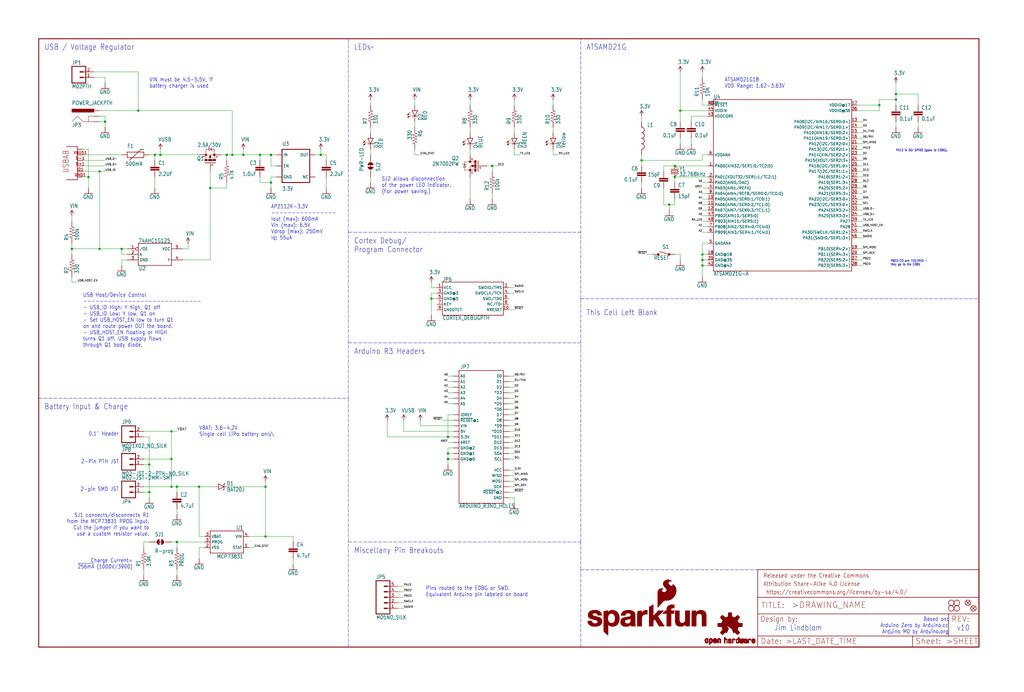
<source format=kicad_sch>
(kicad_sch (version 20211123) (generator eeschema)
  (paper "User" 470.306 317.906)
  (lib_symbols
    (symbol "schematicEagle-eagle-import:0.1UF-25V(+80{slash}-20%)(0603)"
      (property "Reference" "C" (at 1.524 2.921 0))
      (property "Value" "0.1UF-25V(+80{slash}-20%)(0603)" (at 1.524 -2.159 0))
      (symbol "0.1UF-25V(+80{slash}-20%)(0603)_1_0"
        (pin passive line (at 0 5.08 270) (length 2.54) (name "1") (number "1"))
        (pin passive line (at 0 -2.54 90) (length 2.54) (name "2") (number "2"))
      )
    )
    (symbol "schematicEagle-eagle-import:1.0UF-25V-+80{slash}-20(0805){dblquote}"
      (property "Reference" "C" (at 1.524 2.921 0))
      (property "Value" "1.0UF-25V-+80{slash}-20(0805){dblquote}" (at 1.524 -2.159 0))
      (symbol "1.0UF-25V-+80{slash}-20(0805){dblquote}_1_0"
        (pin passive line (at 0 5.08 270) (length 2.54) (name "1") (number "1"))
        (pin passive line (at 0 -2.54 90) (length 2.54) (name "2") (number "2"))
      )
    )
    (symbol "schematicEagle-eagle-import:100KOHM-1{slash}10W-1%(0603)"
      (property "Reference" "R" (at -3.81 1.4986 0))
      (property "Value" "100KOHM-1{slash}10W-1%(0603)" (at -3.81 -3.302 0))
      (symbol "100KOHM-1{slash}10W-1%(0603)_1_0"
        (pin passive line (at -5.08 0 0) (length 2.54) (name "1") (number "1"))
        (pin passive line (at 5.08 0 180) (length 2.54) (name "2") (number "2"))
      )
    )
    (symbol "schematicEagle-eagle-import:10KOHM-1{slash}10W-1%(0603)0603"
      (property "Reference" "R" (at -3.81 1.4986 0))
      (property "Value" "10KOHM-1{slash}10W-1%(0603)0603" (at -3.81 -3.302 0))
      (symbol "10KOHM-1{slash}10W-1%(0603)0603_1_0"
        (pin passive line (at -5.08 0 0) (length 2.54) (name "1") (number "1"))
        (pin passive line (at 5.08 0 180) (length 2.54) (name "2") (number "2"))
      )
    )
    (symbol "schematicEagle-eagle-import:15PF-50V-5%(0603)"
      (property "Reference" "C" (at 1.524 2.921 0))
      (property "Value" "15PF-50V-5%(0603)" (at 1.524 -2.159 0))
      (symbol "15PF-50V-5%(0603)_1_0"
        (pin passive line (at 0 5.08 270) (length 2.54) (name "1") (number "1"))
        (pin passive line (at 0 -2.54 90) (length 2.54) (name "2") (number "2"))
      )
    )
    (symbol "schematicEagle-eagle-import:2.2UF-10V-20%(0603)"
      (property "Reference" "C" (at 1.524 2.921 0))
      (property "Value" "2.2UF-10V-20%(0603)" (at 1.524 -2.159 0))
      (symbol "2.2UF-10V-20%(0603)_1_0"
        (pin passive line (at 0 5.08 270) (length 2.54) (name "1") (number "1"))
        (pin passive line (at 0 -2.54 90) (length 2.54) (name "2") (number "2"))
      )
    )
    (symbol "schematicEagle-eagle-import:2.2UF50V10%(1206)"
      (property "Reference" "C" (at 1.524 2.921 0))
      (property "Value" "2.2UF50V10%(1206)" (at 1.524 -2.159 0))
      (symbol "2.2UF50V10%(1206)_1_0"
        (pin passive line (at 0 5.08 270) (length 2.54) (name "1") (number "1"))
        (pin passive line (at 0 -2.54 90) (length 2.54) (name "2") (number "2"))
      )
    )
    (symbol "schematicEagle-eagle-import:3.3V" (power)
      (property "Value" "3.3V" (at -1.016 3.556 0))
      (symbol "3.3V_1_0"
        (pin power_in line (at 0 0 90) (length 2.54) (name "3.3V") (number "1"))
      )
    )
    (symbol "schematicEagle-eagle-import:3.9KOHM1{slash}10W1%(0603)"
      (property "Reference" "R" (at -3.81 1.4986 0))
      (property "Value" "3.9KOHM1{slash}10W1%(0603)" (at -3.81 -3.302 0))
      (symbol "3.9KOHM1{slash}10W1%(0603)_1_0"
        (pin passive line (at -5.08 0 0) (length 2.54) (name "1") (number "1"))
        (pin passive line (at 5.08 0 180) (length 2.54) (name "2") (number "2"))
      )
    )
    (symbol "schematicEagle-eagle-import:330OHM1{slash}10W1%(0603)"
      (property "Reference" "R" (at -3.81 1.4986 0))
      (property "Value" "330OHM1{slash}10W1%(0603)" (at -3.81 -3.302 0))
      (symbol "330OHM1{slash}10W1%(0603)_1_0"
        (pin passive line (at -5.08 0 0) (length 2.54) (name "1") (number "1"))
        (pin passive line (at 5.08 0 180) (length 2.54) (name "2") (number "2"))
      )
    )
    (symbol "schematicEagle-eagle-import:4.7UF-6.3V-10%(0603)0603"
      (property "Reference" "C" (at 1.524 2.921 0))
      (property "Value" "4.7UF-6.3V-10%(0603)0603" (at 1.524 -2.159 0))
      (symbol "4.7UF-6.3V-10%(0603)0603_1_0"
        (pin passive line (at 0 5.08 270) (length 2.54) (name "1") (number "1"))
        (pin passive line (at 0 -2.54 90) (length 2.54) (name "2") (number "2"))
      )
    )
    (symbol "schematicEagle-eagle-import:47KOHM1{slash}10W1%(0603)"
      (property "Reference" "R" (at -3.81 1.4986 0))
      (property "Value" "47KOHM1{slash}10W1%(0603)" (at -3.81 -3.302 0))
      (symbol "47KOHM1{slash}10W1%(0603)_1_0"
        (pin passive line (at -5.08 0 0) (length 2.54) (name "1") (number "1"))
        (pin passive line (at 5.08 0 180) (length 2.54) (name "2") (number "2"))
      )
    )
    (symbol "schematicEagle-eagle-import:74AHC1G125"
      (property "Reference" "U" (at -7.366 -7.366 0))
      (property "Value" "74AHC1G125" (at -7.62 5.334 0))
      (symbol "74AHC1G125_1_0"
        (pin bidirectional inverted (at -12.7 2.54 0) (length 5.08) (name "/OE") (number "1"))
        (pin bidirectional line (at -12.7 0 0) (length 5.08) (name "A") (number "2"))
        (pin bidirectional line (at -12.7 -2.54 0) (length 5.08) (name "GND") (number "3"))
        (pin bidirectional line (at 12.7 -2.54 180) (length 5.08) (name "Y") (number "4"))
        (pin bidirectional line (at 12.7 2.54 180) (length 5.08) (name "VCC") (number "5"))
      )
    )
    (symbol "schematicEagle-eagle-import:ARDUINO_R3NO_HOLES"
      (property "Reference" "JP" (at -9.652 26.162 0))
      (property "Value" "ARDUINO_R3NO_HOLES" (at -10.16 -35.814 0))
      (symbol "ARDUINO_R3NO_HOLES_1_0"
        (pin bidirectional line (at -12.7 -5.08 0) (length 2.54) (name "3.3V") (number "3.3V"))
        (pin bidirectional line (at -12.7 -2.54 0) (length 2.54) (name "5V") (number "5V"))
        (pin bidirectional line (at -12.7 22.86 0) (length 2.54) (name "A0") (number "A0"))
        (pin bidirectional line (at -12.7 20.32 0) (length 2.54) (name "A1") (number "A1"))
        (pin bidirectional line (at -12.7 17.78 0) (length 2.54) (name "A2") (number "A2"))
        (pin bidirectional line (at -12.7 15.24 0) (length 2.54) (name "A3") (number "A3"))
        (pin bidirectional line (at -12.7 12.7 0) (length 2.54) (name "A4") (number "A4"))
        (pin bidirectional line (at -12.7 10.16 0) (length 2.54) (name "A5") (number "A5"))
        (pin bidirectional line (at -12.7 -7.62 0) (length 2.54) (name "AREF") (number "AREF"))
        (pin bidirectional line (at 12.7 22.86 180) (length 2.54) (name "D0") (number "D0"))
        (pin bidirectional line (at 12.7 20.32 180) (length 2.54) (name "D1") (number "D1"))
        (pin bidirectional line (at 12.7 -2.54 180) (length 2.54) (name "*D10") (number "D10"))
        (pin bidirectional line (at 12.7 -5.08 180) (length 2.54) (name "*D11") (number "D11"))
        (pin bidirectional line (at 12.7 -7.62 180) (length 2.54) (name "D12") (number "D12"))
        (pin bidirectional line (at 12.7 -10.16 180) (length 2.54) (name "D13") (number "D13"))
        (pin bidirectional line (at 12.7 17.78 180) (length 2.54) (name "D2") (number "D2"))
        (pin bidirectional line (at 12.7 15.24 180) (length 2.54) (name "*D3") (number "D3"))
        (pin bidirectional line (at 12.7 12.7 180) (length 2.54) (name "D4") (number "D4"))
        (pin bidirectional line (at 12.7 10.16 180) (length 2.54) (name "*D5") (number "D5"))
        (pin bidirectional line (at 12.7 7.62 180) (length 2.54) (name "*D6") (number "D6"))
        (pin bidirectional line (at 12.7 5.08 180) (length 2.54) (name "D7") (number "D7"))
        (pin bidirectional line (at 12.7 2.54 180) (length 2.54) (name "D8") (number "D8"))
        (pin bidirectional line (at 12.7 0 180) (length 2.54) (name "*D9") (number "D9"))
        (pin bidirectional line (at 12.7 -33.02 180) (length 2.54) (name "GND") (number "GND@1"))
        (pin bidirectional line (at -12.7 -15.24 0) (length 2.54) (name "GND@0") (number "GND@2"))
        (pin bidirectional line (at -12.7 -12.7 0) (length 2.54) (name "GND@1") (number "GND@3"))
        (pin bidirectional line (at -12.7 -10.16 0) (length 2.54) (name "GND@2") (number "GND@4"))
        (pin bidirectional line (at -12.7 5.08 0) (length 2.54) (name "IOREF") (number "IOREF"))
        (pin bidirectional line (at 12.7 -22.86 180) (length 2.54) (name "MISO") (number "MISO"))
        (pin bidirectional line (at 12.7 -25.4 180) (length 2.54) (name "MOSI") (number "MOSI"))
        (pin bidirectional line (at -12.7 2.54 0) (length 2.54) (name "~{RESET}@1") (number "RESET@1"))
        (pin bidirectional line (at 12.7 -30.48 180) (length 2.54) (name "~{RESET}@2") (number "RESET@2"))
        (pin bidirectional line (at 12.7 -27.94 180) (length 2.54) (name "SCK") (number "SCK"))
        (pin bidirectional line (at 12.7 -15.24 180) (length 2.54) (name "SCL") (number "SCL"))
        (pin bidirectional line (at 12.7 -12.7 180) (length 2.54) (name "SDA") (number "SDA"))
        (pin bidirectional line (at 12.7 -20.32 180) (length 2.54) (name "VCC") (number "VCC"))
        (pin bidirectional line (at -12.7 0 0) (length 2.54) (name "VIN") (number "VIN"))
      )
    )
    (symbol "schematicEagle-eagle-import:ATSAMD21G-A"
      (property "Reference" "U" (at -30.48 45.974 0))
      (property "Value" "ATSAMD21G-A" (at -30.48 -33.274 0))
      (symbol "ATSAMD21G-A_1_0"
        (pin bidirectional line (at -33.02 15.24 0) (length 2.54) (name "PA00(XIN32/SER1:0/TC2:0)") (number "1"))
        (pin bidirectional line (at -33.02 0 0) (length 2.54) (name "PA05(AIN5/SER0:1/TC0:1)") (number "10"))
        (pin bidirectional line (at -33.02 -2.54 0) (length 2.54) (name "PA06(AIN6/SER0:2/TC1:0)") (number "11"))
        (pin bidirectional line (at -33.02 -5.08 0) (length 2.54) (name "PA07(AIN7/SER0:3/TC1:1)") (number "12"))
        (pin bidirectional line (at 35.56 35.56 180) (length 2.54) (name "PA08(I2C/AIN16/SER0:0+)") (number "13"))
        (pin bidirectional line (at 35.56 33.02 180) (length 2.54) (name "PA09(I2C/AIN17/SER0:1+)") (number "14"))
        (pin bidirectional line (at 35.56 30.48 180) (length 2.54) (name "PA10(AIN18/SER0:2+)") (number "15"))
        (pin bidirectional line (at 35.56 27.94 180) (length 2.54) (name "PA11(AIN19/SER0:3+)") (number "16"))
        (pin bidirectional line (at 35.56 43.18 180) (length 2.54) (name "VDDIO@17") (number "17"))
        (pin bidirectional line (at -33.02 -25.4 0) (length 2.54) (name "GND@18") (number "18"))
        (pin bidirectional line (at 35.56 -22.86 180) (length 2.54) (name "PB10(SER4:2+)") (number "19"))
        (pin bidirectional line (at -33.02 10.16 0) (length 2.54) (name "PA01(XOUT32/SER1:1/TC2:1)") (number "2"))
        (pin bidirectional line (at 35.56 -25.4 180) (length 2.54) (name "PB11(SER4:3+)") (number "20"))
        (pin bidirectional line (at 35.56 25.4 180) (length 2.54) (name "PA12(I2C/SER2:0+)") (number "21"))
        (pin bidirectional line (at 35.56 22.86 180) (length 2.54) (name "PA13(I2C/SER2:1+)") (number "22"))
        (pin bidirectional line (at 35.56 20.32 180) (length 2.54) (name "PA14(XIN/SER2:2+)") (number "23"))
        (pin bidirectional line (at 35.56 17.78 180) (length 2.54) (name "PA15(XOUT/SER2:3+)") (number "24"))
        (pin bidirectional line (at 35.56 15.24 180) (length 2.54) (name "PA16(I2C/SER1:0+)") (number "25"))
        (pin bidirectional line (at 35.56 12.7 180) (length 2.54) (name "PA17(I2C/SER1:1+)") (number "26"))
        (pin bidirectional line (at 35.56 10.16 180) (length 2.54) (name "PA18(SER1:2+)") (number "27"))
        (pin bidirectional line (at 35.56 7.62 180) (length 2.54) (name "PA19(SER1:3+)") (number "28"))
        (pin bidirectional line (at 35.56 5.08 180) (length 2.54) (name "PA20(SER5:2+)") (number "29"))
        (pin bidirectional line (at -33.02 7.62 0) (length 2.54) (name "PA02(AIN0/DAC)") (number "3"))
        (pin bidirectional line (at 35.56 2.54 180) (length 2.54) (name "PA21(SER5:3+)") (number "30"))
        (pin bidirectional line (at 35.56 0 180) (length 2.54) (name "PA22(I2C/SER3:0+)") (number "31"))
        (pin bidirectional line (at 35.56 -2.54 180) (length 2.54) (name "PA23(I2C/SER3:0+)") (number "32"))
        (pin bidirectional line (at 35.56 -5.08 180) (length 2.54) (name "PA24(SER3:2+)") (number "33"))
        (pin bidirectional line (at 35.56 -7.62 180) (length 2.54) (name "PA25(SER3:3+)") (number "34"))
        (pin bidirectional line (at -33.02 -27.94 0) (length 2.54) (name "GND@35") (number "35"))
        (pin bidirectional line (at 35.56 40.64 180) (length 2.54) (name "VDDIO@36") (number "36"))
        (pin bidirectional line (at 35.56 -27.94 180) (length 2.54) (name "PB22(SER5:2+)") (number "37"))
        (pin bidirectional line (at 35.56 -30.48 180) (length 2.54) (name "PB23(SER5:3+)") (number "38"))
        (pin bidirectional line (at 35.56 -10.16 180) (length 2.54) (name "PA27") (number "39"))
        (pin bidirectional line (at -33.02 5.08 0) (length 2.54) (name "PA03(AIN1/REFA)") (number "4"))
        (pin bidirectional line (at -33.02 43.18 0) (length 2.54) (name "~{RESET}") (number "40"))
        (pin bidirectional line (at 35.56 -12.7 180) (length 2.54) (name "PA28") (number "41"))
        (pin bidirectional line (at -33.02 -30.48 0) (length 2.54) (name "GND@42") (number "42"))
        (pin bidirectional line (at -33.02 38.1 0) (length 2.54) (name "VDDCORE") (number "43"))
        (pin bidirectional line (at -33.02 40.64 0) (length 2.54) (name "VDDIN") (number "44"))
        (pin bidirectional line (at 35.56 -15.24 180) (length 2.54) (name "PA30(SWCLK/SER1:2+)") (number "45"))
        (pin bidirectional line (at 35.56 -17.78 180) (length 2.54) (name "PA31(SWDIO/SER1:3+)") (number "46"))
        (pin bidirectional line (at -33.02 -7.62 0) (length 2.54) (name "PB02(AIN10/SER5:0)") (number "47"))
        (pin bidirectional line (at -33.02 -10.16 0) (length 2.54) (name "PB03(AIN11/SER5:1)") (number "48"))
        (pin bidirectional line (at -33.02 -20.32 0) (length 2.54) (name "GNDANA") (number "5"))
        (pin bidirectional line (at -33.02 20.32 0) (length 2.54) (name "VDDANA") (number "6"))
        (pin bidirectional line (at -33.02 -12.7 0) (length 2.54) (name "PB08(AIN2/SER4:0/TC4:0)") (number "7"))
        (pin bidirectional line (at -33.02 -15.24 0) (length 2.54) (name "PB09(AIN3/SER4:1/TC4:1)") (number "8"))
        (pin bidirectional line (at -33.02 2.54 0) (length 2.54) (name "PA04(AIN4/REFB/SER0:0/TC0:0)") (number "9"))
      )
    )
    (symbol "schematicEagle-eagle-import:CORTEX_DEBUGPTH"
      (property "Reference" "JP" (at -12.7 7.874 0))
      (property "Value" "CORTEX_DEBUGPTH" (at -12.7 -7.874 0))
      (symbol "CORTEX_DEBUGPTH_1_0"
        (pin bidirectional line (at -15.24 5.08 0) (length 2.54) (name "VCC") (number "1"))
        (pin bidirectional line (at 17.78 -5.08 180) (length 2.54) (name "NRESET") (number "10"))
        (pin bidirectional line (at 17.78 5.08 180) (length 2.54) (name "SWDIO/TMS") (number "2"))
        (pin bidirectional line (at -15.24 2.54 0) (length 2.54) (name "GND@3") (number "3"))
        (pin bidirectional line (at 17.78 2.54 180) (length 2.54) (name "SWDCLK/TCK") (number "4"))
        (pin bidirectional line (at -15.24 0 0) (length 2.54) (name "GND@5") (number "5"))
        (pin bidirectional line (at 17.78 0 180) (length 2.54) (name "SWO/TDO") (number "6"))
        (pin bidirectional line (at -15.24 -2.54 0) (length 2.54) (name "KEY") (number "7"))
        (pin bidirectional line (at 17.78 -2.54 180) (length 2.54) (name "NC/TDI") (number "8"))
        (pin bidirectional line (at -15.24 -5.08 0) (length 2.54) (name "GNDDTCT") (number "9"))
      )
    )
    (symbol "schematicEagle-eagle-import:CRYSTAL3.2X1.5MM"
      (property "Reference" "Y" (at 2.54 1.016 0))
      (property "Value" "CRYSTAL3.2X1.5MM" (at 2.54 -2.54 0))
      (symbol "CRYSTAL3.2X1.5MM_1_0"
        (text "1" (at -2.159 -1.143 0) (effects (font (size 0.8636 0.734)) (justify left bottom)))
        (text "2" (at 1.524 -1.143 0) (effects (font (size 0.8636 0.734)) (justify left bottom)))
        (pin passive line (at -2.54 0 0) (length 0) (name "1") (number "P$1"))
        (pin passive line (at 2.54 0 180) (length 0) (name "2") (number "P$2"))
      )
    )
    (symbol "schematicEagle-eagle-import:DIODE-SCHOTTKY-BAT20J"
      (property "Reference" "D" (at 2.54 0.4826 0))
      (property "Value" "DIODE-SCHOTTKY-BAT20J" (at 2.54 -2.3114 0))
      (symbol "DIODE-SCHOTTKY-BAT20J_1_0"
        (pin passive line (at -2.54 0 0) (length 0) (name "A") (number "A"))
        (pin passive line (at 2.54 0 180) (length 0) (name "C") (number "C"))
      )
    )
    (symbol "schematicEagle-eagle-import:FIDUCIAL1X2")
    (symbol "schematicEagle-eagle-import:FRAME-LEDGER"
      (symbol "FRAME-LEDGER_2_0"
        (text " https://creativecommons.org/licenses/by-sa/4.0/" (at 2.54 24.13 0) (effects (font (size 1.9304 1.6408)) (justify left bottom)))
        (text ">DRAWING_NAME" (at 15.494 17.78 0) (effects (font (size 2.7432 2.7432)) (justify left bottom)))
        (text ">LAST_DATE_TIME" (at 12.7 1.27 0) (effects (font (size 2.54 2.54)) (justify left bottom)))
        (text ">SHEET" (at 86.36 1.27 0) (effects (font (size 2.54 2.54)) (justify left bottom)))
        (text "Attribution Share-Alike 4.0 License" (at 2.54 27.94 0) (effects (font (size 1.9304 1.6408)) (justify left bottom)))
        (text "Date:" (at 1.27 1.27 0) (effects (font (size 2.54 2.54)) (justify left bottom)))
        (text "Design by:" (at 1.27 11.43 0) (effects (font (size 2.54 2.159)) (justify left bottom)))
        (text "Released under the Creative Commons" (at 2.54 31.75 0) (effects (font (size 1.9304 1.6408)) (justify left bottom)))
        (text "REV:" (at 88.9 11.43 0) (effects (font (size 2.54 2.54)) (justify left bottom)))
        (text "Sheet:" (at 72.39 1.27 0) (effects (font (size 2.54 2.54)) (justify left bottom)))
        (text "TITLE:" (at 1.524 17.78 0) (effects (font (size 2.54 2.54)) (justify left bottom)))
      )
    )
    (symbol "schematicEagle-eagle-import:GND" (power)
      (property "Value" "GND" (at -2.54 -2.54 0))
      (symbol "GND_1_0"
        (pin power_in line (at 0 2.54 270) (length 2.54) (name "GND") (number "1"))
      )
    )
    (symbol "schematicEagle-eagle-import:INDUCTOR0603"
      (property "Reference" "L" (at 2.54 5.08 0))
      (property "Value" "INDUCTOR0603" (at 2.54 -5.08 0))
      (symbol "INDUCTOR0603_1_0"
        (pin passive line (at 0 7.62 270) (length 2.54) (name "1") (number "1"))
        (pin passive line (at 0 -7.62 90) (length 2.54) (name "2") (number "2"))
      )
    )
    (symbol "schematicEagle-eagle-import:JUMPER-PAD-2-NC_BY_TRACE"
      (property "Reference" "SJ" (at -2.54 2.54 0))
      (property "Value" "JUMPER-PAD-2-NC_BY_TRACE" (at -2.54 -5.08 0))
      (symbol "JUMPER-PAD-2-NC_BY_TRACE_1_0"
        (pin passive line (at -5.08 0 0) (length 2.54) (name "1") (number "1"))
        (pin passive line (at 5.08 0 180) (length 2.54) (name "2") (number "2"))
      )
    )
    (symbol "schematicEagle-eagle-import:JUMPER-PAD-2-NC_BY_TRACENO_SILK"
      (property "Reference" "SJ" (at -2.54 2.54 0))
      (property "Value" "JUMPER-PAD-2-NC_BY_TRACENO_SILK" (at -2.54 -5.08 0))
      (symbol "JUMPER-PAD-2-NC_BY_TRACENO_SILK_1_0"
        (pin passive line (at -5.08 0 0) (length 2.54) (name "1") (number "1"))
        (pin passive line (at 5.08 0 180) (length 2.54) (name "2") (number "2"))
      )
    )
    (symbol "schematicEagle-eagle-import:LED-BLUE0603"
      (property "Reference" "D" (at 3.556 -4.572 90))
      (property "Value" "LED-BLUE0603" (at 5.715 -4.572 90))
      (symbol "LED-BLUE0603_1_0"
        (pin passive line (at 0 2.54 270) (length 2.54) (name "A") (number "A"))
        (pin passive line (at 0 -5.08 90) (length 2.54) (name "C") (number "C"))
      )
    )
    (symbol "schematicEagle-eagle-import:LED-GREEN0603"
      (property "Reference" "D" (at 3.556 -4.572 90))
      (property "Value" "LED-GREEN0603" (at 5.715 -4.572 90))
      (symbol "LED-GREEN0603_1_0"
        (pin passive line (at 0 2.54 270) (length 2.54) (name "A") (number "A"))
        (pin passive line (at 0 -5.08 90) (length 2.54) (name "C") (number "C"))
      )
    )
    (symbol "schematicEagle-eagle-import:LED-RED0603"
      (property "Reference" "D" (at 3.556 -4.572 90))
      (property "Value" "LED-RED0603" (at 5.715 -4.572 90))
      (symbol "LED-RED0603_1_0"
        (pin passive line (at 0 2.54 270) (length 2.54) (name "A") (number "A"))
        (pin passive line (at 0 -5.08 90) (length 2.54) (name "C") (number "C"))
      )
    )
    (symbol "schematicEagle-eagle-import:LED-YELLOW0603"
      (property "Reference" "D" (at 3.556 -4.572 90))
      (property "Value" "LED-YELLOW0603" (at 5.715 -4.572 90))
      (symbol "LED-YELLOW0603_1_0"
        (pin passive line (at 0 2.54 270) (length 2.54) (name "A") (number "A"))
        (pin passive line (at 0 -5.08 90) (length 2.54) (name "C") (number "C"))
      )
    )
    (symbol "schematicEagle-eagle-import:M02-JST-2-PTH-NO_SILK"
      (property "Reference" "JP" (at -2.54 5.842 0))
      (property "Value" "M02-JST-2-PTH-NO_SILK" (at -2.54 -5.08 0))
      (symbol "M02-JST-2-PTH-NO_SILK_1_0"
        (pin passive line (at 7.62 0 180) (length 5.08) (name "1") (number "1"))
        (pin passive line (at 7.62 2.54 180) (length 5.08) (name "2") (number "2"))
      )
    )
    (symbol "schematicEagle-eagle-import:M02-JST-2MM-SMT"
      (property "Reference" "JP" (at -2.54 5.842 0))
      (property "Value" "M02-JST-2MM-SMT" (at -2.54 -5.08 0))
      (symbol "M02-JST-2MM-SMT_1_0"
        (pin passive line (at 7.62 2.54 180) (length 5.08) (name "2") (number "1"))
        (pin passive line (at 7.62 0 180) (length 5.08) (name "1") (number "2"))
      )
    )
    (symbol "schematicEagle-eagle-import:M021X02_NO_SILK"
      (property "Reference" "JP" (at -2.54 5.842 0))
      (property "Value" "M021X02_NO_SILK" (at -2.54 -5.08 0))
      (symbol "M021X02_NO_SILK_1_0"
        (pin passive line (at 7.62 0 180) (length 5.08) (name "1") (number "1"))
        (pin passive line (at 7.62 2.54 180) (length 5.08) (name "2") (number "2"))
      )
    )
    (symbol "schematicEagle-eagle-import:M02PTH"
      (property "Reference" "JP" (at -2.54 5.842 0))
      (property "Value" "M02PTH" (at -2.54 -5.08 0))
      (symbol "M02PTH_1_0"
        (pin passive line (at 7.62 0 180) (length 5.08) (name "1") (number "1"))
        (pin passive line (at 7.62 2.54 180) (length 5.08) (name "2") (number "2"))
      )
    )
    (symbol "schematicEagle-eagle-import:M05NO_SILK"
      (property "Reference" "JP" (at -2.54 8.382 0))
      (property "Value" "M05NO_SILK" (at -2.54 -10.16 0))
      (symbol "M05NO_SILK_1_0"
        (pin passive line (at 7.62 -5.08 180) (length 5.08) (name "1") (number "1"))
        (pin passive line (at 7.62 -2.54 180) (length 5.08) (name "2") (number "2"))
        (pin passive line (at 7.62 0 180) (length 5.08) (name "3") (number "3"))
        (pin passive line (at 7.62 2.54 180) (length 5.08) (name "4") (number "4"))
        (pin passive line (at 7.62 5.08 180) (length 5.08) (name "5") (number "5"))
      )
    )
    (symbol "schematicEagle-eagle-import:MCP73831"
      (property "Reference" "U" (at -7.62 5.588 0))
      (property "Value" "MCP73831" (at -7.62 -7.62 0))
      (symbol "MCP73831_1_0"
        (pin output line (at -10.16 -2.54 0) (length 2.54) (name "STAT") (number "1"))
        (pin power_in line (at 10.16 -2.54 180) (length 2.54) (name "VSS") (number "2"))
        (pin power_in line (at 10.16 2.54 180) (length 2.54) (name "VBAT") (number "3"))
        (pin power_in line (at -10.16 2.54 0) (length 2.54) (name "VIN") (number "4"))
        (pin input line (at 10.16 0 180) (length 2.54) (name "PROG") (number "5"))
      )
    )
    (symbol "schematicEagle-eagle-import:MOSFET-NCHANNEL2N7002PW"
      (property "Reference" "Q" (at 5.08 2.54 0))
      (property "Value" "MOSFET-NCHANNEL2N7002PW" (at 5.08 0 0))
      (symbol "MOSFET-NCHANNEL2N7002PW_1_0"
        (text "D" (at -1.27 2.54 0) (effects (font (size 0.8128 0.6908)) (justify left bottom)))
        (text "G" (at -5.08 -1.27 0) (effects (font (size 0.8128 0.6908)) (justify left bottom)))
        (text "S" (at -1.27 -3.556 0) (effects (font (size 0.8128 0.6908)) (justify left bottom)))
        (pin passive line (at -7.62 0 0) (length 2.54) (name "G") (number "1"))
        (pin passive line (at 0 -5.08 90) (length 2.54) (name "S") (number "2"))
        (pin passive line (at 0 5.08 270) (length 2.54) (name "D") (number "3"))
      )
    )
    (symbol "schematicEagle-eagle-import:MOSFET-PCHANNELDMG2307L"
      (property "Reference" "Q" (at 5.08 2.54 0))
      (property "Value" "MOSFET-PCHANNELDMG2307L" (at 5.08 0 0))
      (symbol "MOSFET-PCHANNELDMG2307L_1_0"
        (text "D" (at -1.27 2.54 0) (effects (font (size 0.8128 0.6908)) (justify left bottom)))
        (text "G" (at -5.08 -1.27 0) (effects (font (size 0.8128 0.6908)) (justify left bottom)))
        (text "S" (at -1.27 -3.556 0) (effects (font (size 0.8128 0.6908)) (justify left bottom)))
        (pin passive line (at -7.62 0 0) (length 2.54) (name "G") (number "1"))
        (pin passive line (at 0 -5.08 90) (length 2.54) (name "S") (number "2"))
        (pin passive line (at 0 5.08 270) (length 2.54) (name "D") (number "3"))
      )
    )
    (symbol "schematicEagle-eagle-import:OSHW-LOGOL")
    (symbol "schematicEagle-eagle-import:OSHW-LOGOS")
    (symbol "schematicEagle-eagle-import:POWER_JACKPTH"
      (property "Reference" "JP" (at -10.16 0 0))
      (property "Value" "POWER_JACKPTH" (at -10.16 10.16 0))
      (symbol "POWER_JACKPTH_1_0"
        (pin bidirectional line (at 2.54 2.54 180) (length 2.54) (name "GND") (number "GND"))
        (pin bidirectional line (at 2.54 5.08 180) (length 2.54) (name "GNDBREAK") (number "GNDBREAK"))
        (pin bidirectional line (at 2.54 7.62 180) (length 2.54) (name "PWR") (number "PWR"))
      )
    )
    (symbol "schematicEagle-eagle-import:PTCSMD"
      (property "Reference" "F" (at -2.54 3.048 0))
      (property "Value" "PTCSMD" (at -3.302 -5.08 0))
      (symbol "PTCSMD_1_0"
        (pin bidirectional line (at -5.08 0 0) (length 2.54) (name "1") (number "1"))
        (pin bidirectional line (at 7.62 0 180) (length 2.54) (name "2") (number "2"))
      )
    )
    (symbol "schematicEagle-eagle-import:RESISTORPTH-1{slash}6W"
      (property "Reference" "R" (at -3.81 1.4986 0))
      (property "Value" "RESISTORPTH-1{slash}6W" (at -3.81 -3.302 0))
      (symbol "RESISTORPTH-1{slash}6W_1_0"
        (pin passive line (at -5.08 0 0) (length 2.54) (name "1") (number "1"))
        (pin passive line (at 5.08 0 180) (length 2.54) (name "2") (number "2"))
      )
    )
    (symbol "schematicEagle-eagle-import:SFE_LOGO_NAME_FLAME.2_INCH")
    (symbol "schematicEagle-eagle-import:SFE_LOGO_NAME_FLAME.4_INCH")
    (symbol "schematicEagle-eagle-import:STAND-OFF")
    (symbol "schematicEagle-eagle-import:SWITCH-MOMENTARY-2SMD"
      (property "Reference" "S" (at -2.54 2.54 0))
      (property "Value" "SWITCH-MOMENTARY-2SMD" (at -2.54 -2.54 0))
      (symbol "SWITCH-MOMENTARY-2SMD_1_0"
        (pin passive line (at -5.08 0 0) (length 2.54) (name "1") (number "1"))
        (pin passive line (at 5.08 0 180) (length 2.54) (name "2") (number "3"))
      )
    )
    (symbol "schematicEagle-eagle-import:USB-ABCONN-11794"
      (symbol "USB-ABCONN-11794_1_0"
        (text "USBAB" (at 1.27 -7.366 900) (effects (font (size 2.54 2.159)) (justify left bottom)))
        (pin bidirectional line (at -5.08 0 0) (length 2.54) (name "D+") (number "D+1"))
        (pin bidirectional line (at -5.08 -2.54 0) (length 2.54) (name "D-") (number "D-1"))
        (pin bidirectional line (at -5.08 5.08 0) (length 2.54) (name "GND") (number "GND1"))
        (pin bidirectional line (at -5.08 2.54 0) (length 2.54) (name "USBID") (number "ID1"))
        (pin bidirectional line (at -5.08 -7.62 0) (length 2.54) (name "SHIELD") (number "SHIELD1"))
        (pin bidirectional line (at -5.08 -7.62 0) (length 2.54) (name "SHIELD") (number "SHIELD2"))
        (pin bidirectional line (at -5.08 -7.62 0) (length 2.54) (name "SHIELD") (number "SHIELD3"))
        (pin bidirectional line (at -5.08 -5.08 0) (length 2.54) (name "VBUS") (number "VBUS1"))
      )
    )
    (symbol "schematicEagle-eagle-import:VIN" (power)
      (property "Value" "VIN" (at -1.016 3.556 0))
      (symbol "VIN_1_0"
        (pin power_in line (at 0 0 90) (length 2.54) (name "VIN") (number "1"))
      )
    )
    (symbol "schematicEagle-eagle-import:VUSB" (power)
      (property "Value" "VUSB" (at -1.016 3.556 0))
      (symbol "VUSB_1_0"
        (pin power_in line (at 0 0 90) (length 2.54) (name "VUSB") (number "1"))
      )
    )
    (symbol "schematicEagle-eagle-import:V_REG_AP2112K-3.3V"
      (property "Reference" "U" (at -7.62 9.144 0))
      (property "Value" "V_REG_AP2112K-3.3V" (at -7.62 -11.43 0))
      (symbol "V_REG_AP2112K-3.3V_1_0"
        (pin input line (at -10.16 5.08 0) (length 2.54) (name "IN") (number "1"))
        (pin input line (at -10.16 -5.08 0) (length 2.54) (name "GND") (number "2"))
        (pin input line (at -10.16 0 0) (length 2.54) (name "EN") (number "3"))
        (pin input line (at 7.62 -5.08 180) (length 2.54) (name "NC") (number "4"))
        (pin passive line (at 7.62 5.08 180) (length 2.54) (name "OUT") (number "5"))
      )
    )
  )
  (junction (at 63.5 50.8))
  (junction (at 403.86 48.26))
  (junction (at 322.58 119.38))
  (junction (at 55.88 114.3))
  (junction (at 147.32 71.12))
  (junction (at 81.28 223.52))
  (junction (at 309.88 81.28))
  (junction (at 411.48 45.72))
  (junction (at 96.52 86.36))
  (junction (at 48.26 55.88))
  (junction (at 91.44 223.52))
  (junction (at 121.92 223.52))
  (junction (at 68.58 213.36))
  (junction (at 121.92 246.38))
  (junction (at 81.28 248.92))
  (junction (at 78.74 198.12))
  (junction (at 45.72 78.74))
  (junction (at 294.64 73.66))
  (junction (at 71.12 71.12))
  (junction (at 40.64 81.28))
  (junction (at 312.42 50.8))
  (junction (at 33.02 114.3))
  (junction (at 104.14 71.12))
  (junction (at 322.58 116.84))
  (junction (at 78.74 223.52))
  (junction (at 307.34 93.98))
  (junction (at 106.68 71.12))
  (junction (at 205.74 200.66))
  (junction (at 73.66 71.12))
  (junction (at 124.46 83.82))
  (junction (at 322.58 121.92))
  (junction (at 111.76 71.12))
  (junction (at 205.74 210.82))
  (junction (at 411.48 43.18))
  (junction (at 45.72 114.3))
  (junction (at 205.74 208.28))
  (junction (at 78.74 210.82))
  (junction (at 119.38 71.12))
  (junction (at 68.58 226.06))
  (junction (at 226.06 76.2))
  (junction (at 198.12 137.16))
  (junction (at 124.46 71.12))
  (junction (at 309.88 76.2))
  (wire (pts (xy 223.52 76.2) (xy 226.06 76.2)))
  (wire (pts (xy 322.58 111.76) (xy 322.58 116.84)))
  (wire (pts (xy 312.42 50.8) (xy 312.42 33.02)))
  (wire (pts (xy 119.38 83.82) (xy 124.46 83.82)))
  (wire (pts (xy 411.48 58.42) (xy 411.48 55.88)))
  (wire (pts (xy 96.52 119.38) (xy 96.52 86.36)))
  (wire (pts (xy 325.12 106.68) (xy 322.58 106.68)))
  (wire (pts (xy 78.74 248.92) (xy 81.28 248.92)))
  (wire (pts (xy 43.18 35.56) (xy 48.26 35.56)))
  (wire (pts (xy 81.28 226.06) (xy 81.28 223.52)))
  (wire (pts (xy 45.72 78.74) (xy 48.26 78.74)))
  (wire (pts (xy 38.1 76.2) (xy 48.26 76.2)))
  (wire (pts (xy 393.7 81.28) (xy 396.24 81.28)))
  (wire (pts (xy 226.06 91.44) (xy 226.06 88.9)))
  (wire (pts (xy 393.7 99.06) (xy 396.24 99.06)))
  (wire (pts (xy 124.46 81.28) (xy 124.46 83.82)))
  (wire (pts (xy 233.68 175.26) (xy 236.22 175.26)))
  (wire (pts (xy 66.04 248.92) (xy 66.04 251.46)))
  (wire (pts (xy 177.8 200.66) (xy 177.8 193.04)))
  (wire (pts (xy 393.7 116.84) (xy 396.24 116.84)))
  (wire (pts (xy 78.74 210.82) (xy 78.74 223.52)))
  (wire (pts (xy 393.7 101.6) (xy 396.24 101.6)))
  (wire (pts (xy 393.7 93.98) (xy 396.24 93.98)))
  (wire (pts (xy 393.7 114.3) (xy 396.24 114.3)))
  (wire (pts (xy 119.38 73.66) (xy 119.38 71.12)))
  (wire (pts (xy 215.9 58.42) (xy 215.9 60.96)))
  (wire (pts (xy 121.92 246.38) (xy 134.62 246.38)))
  (wire (pts (xy 233.68 218.44) (xy 236.22 218.44)))
  (wire (pts (xy 182.88 274.32) (xy 185.42 274.32)))
  (wire (pts (xy 403.86 45.72) (xy 411.48 45.72)))
  (wire (pts (xy 325.12 71.12) (xy 322.58 71.12)))
  (wire (pts (xy 299.72 116.84) (xy 297.18 116.84)))
  (polyline (pts (xy 160.02 297.18) (xy 160.02 248.92)))
  (wire (pts (xy 33.02 114.3) (xy 33.02 111.76)))
  (wire (pts (xy 68.58 226.06) (xy 68.58 228.6)))
  (wire (pts (xy 205.74 208.28) (xy 205.74 205.74)))
  (wire (pts (xy 200.66 132.08) (xy 198.12 132.08)))
  (wire (pts (xy 147.32 71.12) (xy 149.86 71.12)))
  (wire (pts (xy 40.64 68.58) (xy 40.64 81.28)))
  (wire (pts (xy 33.02 99.06) (xy 33.02 101.6)))
  (wire (pts (xy 393.7 83.82) (xy 396.24 83.82)))
  (wire (pts (xy 309.88 76.2) (xy 304.8 76.2)))
  (wire (pts (xy 91.44 251.46) (xy 91.44 256.54)))
  (wire (pts (xy 124.46 71.12) (xy 127 71.12)))
  (wire (pts (xy 233.68 187.96) (xy 236.22 187.96)))
  (wire (pts (xy 45.72 114.3) (xy 45.72 78.74)))
  (wire (pts (xy 58.42 116.84) (xy 55.88 116.84)))
  (wire (pts (xy 71.12 86.36) (xy 71.12 81.28)))
  (wire (pts (xy 55.88 71.12) (xy 38.1 71.12)))
  (wire (pts (xy 63.5 33.02) (xy 63.5 50.8)))
  (wire (pts (xy 393.7 58.42) (xy 396.24 58.42)))
  (wire (pts (xy 421.64 43.18) (xy 421.64 48.26)))
  (wire (pts (xy 96.52 86.36) (xy 96.52 78.74)))
  (wire (pts (xy 411.48 43.18) (xy 421.64 43.18)))
  (wire (pts (xy 233.68 132.08) (xy 236.22 132.08)))
  (wire (pts (xy 45.72 55.88) (xy 48.26 55.88)))
  (wire (pts (xy 121.92 220.98) (xy 121.92 223.52)))
  (wire (pts (xy 325.12 91.44) (xy 322.58 91.44)))
  (wire (pts (xy 254 68.58) (xy 254 71.12)))
  (wire (pts (xy 233.68 226.06) (xy 236.22 226.06)))
  (wire (pts (xy 55.88 119.38) (xy 55.88 121.92)))
  (wire (pts (xy 208.28 203.2) (xy 205.74 203.2)))
  (wire (pts (xy 48.26 55.88) (xy 48.26 58.42)))
  (wire (pts (xy 233.68 172.72) (xy 236.22 172.72)))
  (wire (pts (xy 325.12 50.8) (xy 312.42 50.8)))
  (wire (pts (xy 294.64 76.2) (xy 294.64 73.66)))
  (wire (pts (xy 119.38 71.12) (xy 124.46 71.12)))
  (wire (pts (xy 68.58 213.36) (xy 68.58 226.06)))
  (wire (pts (xy 322.58 121.92) (xy 322.58 127)))
  (wire (pts (xy 233.68 195.58) (xy 236.22 195.58)))
  (wire (pts (xy 185.42 198.12) (xy 185.42 193.04)))
  (wire (pts (xy 393.7 78.74) (xy 396.24 78.74)))
  (polyline (pts (xy 160.02 248.92) (xy 266.7 248.92)))
  (wire (pts (xy 226.06 78.74) (xy 226.06 76.2)))
  (wire (pts (xy 254 45.72) (xy 254 48.26)))
  (wire (pts (xy 411.48 45.72) (xy 411.48 48.26)))
  (polyline (pts (xy 160.02 248.92) (xy 160.02 182.88)))
  (wire (pts (xy 233.68 228.6) (xy 236.22 228.6)))
  (wire (pts (xy 198.12 137.16) (xy 198.12 144.78)))
  (wire (pts (xy 124.46 83.82) (xy 124.46 86.36)))
  (wire (pts (xy 208.28 195.58) (xy 193.04 195.58)))
  (wire (pts (xy 393.7 71.12) (xy 396.24 71.12)))
  (wire (pts (xy 411.48 45.72) (xy 411.48 43.18)))
  (wire (pts (xy 134.62 259.08) (xy 134.62 256.54)))
  (wire (pts (xy 304.8 76.2) (xy 304.8 78.74)))
  (wire (pts (xy 325.12 101.6) (xy 322.58 101.6)))
  (wire (pts (xy 393.7 76.2) (xy 396.24 76.2)))
  (wire (pts (xy 309.88 81.28) (xy 325.12 81.28)))
  (polyline (pts (xy 160.02 157.48) (xy 266.7 157.48)))
  (wire (pts (xy 233.68 210.82) (xy 236.22 210.82)))
  (wire (pts (xy 294.64 86.36) (xy 294.64 83.82)))
  (wire (pts (xy 322.58 116.84) (xy 322.58 119.38)))
  (wire (pts (xy 104.14 83.82) (xy 104.14 86.36)))
  (wire (pts (xy 322.58 48.26) (xy 322.58 45.72)))
  (polyline (pts (xy 266.7 137.16) (xy 266.7 17.78)))
  (wire (pts (xy 236.22 45.72) (xy 236.22 48.26)))
  (wire (pts (xy 33.02 114.3) (xy 33.02 116.84)))
  (wire (pts (xy 190.5 71.12) (xy 193.04 71.12)))
  (wire (pts (xy 233.68 190.5) (xy 236.22 190.5)))
  (wire (pts (xy 236.22 68.58) (xy 236.22 71.12)))
  (wire (pts (xy 81.28 223.52) (xy 91.44 223.52)))
  (wire (pts (xy 393.7 119.38) (xy 396.24 119.38)))
  (wire (pts (xy 71.12 73.66) (xy 71.12 71.12)))
  (wire (pts (xy 208.28 205.74) (xy 205.74 205.74)))
  (wire (pts (xy 393.7 50.8) (xy 403.86 50.8)))
  (wire (pts (xy 208.28 190.5) (xy 205.74 190.5)))
  (wire (pts (xy 93.98 251.46) (xy 91.44 251.46)))
  (wire (pts (xy 325.12 121.92) (xy 322.58 121.92)))
  (wire (pts (xy 66.04 226.06) (xy 68.58 226.06)))
  (wire (pts (xy 294.64 73.66) (xy 294.64 71.12)))
  (wire (pts (xy 325.12 93.98) (xy 322.58 93.98)))
  (wire (pts (xy 149.86 86.36) (xy 149.86 81.28)))
  (wire (pts (xy 81.28 248.92) (xy 81.28 251.46)))
  (wire (pts (xy 215.9 71.12) (xy 215.9 68.58)))
  (wire (pts (xy 393.7 48.26) (xy 403.86 48.26)))
  (wire (pts (xy 236.22 228.6) (xy 236.22 231.14)))
  (wire (pts (xy 393.7 104.14) (xy 396.24 104.14)))
  (wire (pts (xy 40.64 81.28) (xy 40.64 86.36)))
  (wire (pts (xy 134.62 246.38) (xy 134.62 248.92)))
  (polyline (pts (xy 160.02 157.48) (xy 160.02 106.68)))
  (wire (pts (xy 215.9 91.44) (xy 215.9 81.28)))
  (wire (pts (xy 104.14 86.36) (xy 96.52 86.36)))
  (wire (pts (xy 208.28 172.72) (xy 205.74 172.72)))
  (wire (pts (xy 63.5 50.8) (xy 106.68 50.8)))
  (polyline (pts (xy 160.02 106.68) (xy 160.02 17.78)))
  (wire (pts (xy 45.72 50.8) (xy 63.5 50.8)))
  (wire (pts (xy 91.44 246.38) (xy 93.98 246.38)))
  (wire (pts (xy 312.42 116.84) (xy 312.42 119.38)))
  (wire (pts (xy 325.12 119.38) (xy 322.58 119.38)))
  (wire (pts (xy 233.68 185.42) (xy 236.22 185.42)))
  (wire (pts (xy 38.1 73.66) (xy 48.26 73.66)))
  (wire (pts (xy 66.04 223.52) (xy 78.74 223.52)))
  (wire (pts (xy 325.12 111.76) (xy 322.58 111.76)))
  (wire (pts (xy 393.7 63.5) (xy 396.24 63.5)))
  (wire (pts (xy 215.9 45.72) (xy 215.9 48.26)))
  (wire (pts (xy 170.18 58.42) (xy 170.18 60.96)))
  (wire (pts (xy 236.22 58.42) (xy 236.22 60.96)))
  (wire (pts (xy 208.28 198.12) (xy 185.42 198.12)))
  (wire (pts (xy 393.7 91.44) (xy 396.24 91.44)))
  (wire (pts (xy 325.12 76.2) (xy 309.88 76.2)))
  (wire (pts (xy 325.12 96.52) (xy 322.58 96.52)))
  (wire (pts (xy 411.48 43.18) (xy 411.48 38.1)))
  (wire (pts (xy 304.8 86.36) (xy 304.8 93.98)))
  (wire (pts (xy 325.12 83.82) (xy 322.58 83.82)))
  (wire (pts (xy 325.12 48.26) (xy 322.58 48.26)))
  (wire (pts (xy 55.88 114.3) (xy 45.72 114.3)))
  (wire (pts (xy 233.68 142.24) (xy 236.22 142.24)))
  (wire (pts (xy 309.88 83.82) (xy 309.88 81.28)))
  (wire (pts (xy 393.7 121.92) (xy 396.24 121.92)))
  (wire (pts (xy 170.18 71.12) (xy 170.18 68.58)))
  (wire (pts (xy 254 71.12) (xy 256.54 71.12)))
  (wire (pts (xy 182.88 271.78) (xy 185.42 271.78)))
  (wire (pts (xy 254 58.42) (xy 254 60.96)))
  (wire (pts (xy 208.28 177.8) (xy 205.74 177.8)))
  (wire (pts (xy 208.28 182.88) (xy 205.74 182.88)))
  (wire (pts (xy 104.14 223.52) (xy 121.92 223.52)))
  (wire (pts (xy 38.1 68.58) (xy 40.64 68.58)))
  (wire (pts (xy 325.12 86.36) (xy 322.58 86.36)))
  (wire (pts (xy 393.7 109.22) (xy 396.24 109.22)))
  (wire (pts (xy 68.58 248.92) (xy 66.04 248.92)))
  (wire (pts (xy 144.78 71.12) (xy 147.32 71.12)))
  (wire (pts (xy 403.86 48.26) (xy 403.86 45.72)))
  (wire (pts (xy 208.28 175.26) (xy 205.74 175.26)))
  (wire (pts (xy 205.74 200.66) (xy 177.8 200.66)))
  (wire (pts (xy 111.76 71.12) (xy 119.38 71.12)))
  (wire (pts (xy 309.88 91.44) (xy 309.88 93.98)))
  (wire (pts (xy 66.04 198.12) (xy 78.74 198.12)))
  (wire (pts (xy 83.82 114.3) (xy 86.36 114.3)))
  (wire (pts (xy 304.8 93.98) (xy 307.34 93.98)))
  (wire (pts (xy 78.74 198.12) (xy 78.74 210.82)))
  (wire (pts (xy 58.42 119.38) (xy 55.88 119.38)))
  (polyline (pts (xy 160.02 182.88) (xy 160.02 157.48)))
  (wire (pts (xy 233.68 182.88) (xy 236.22 182.88)))
  (wire (pts (xy 198.12 134.62) (xy 198.12 137.16)))
  (wire (pts (xy 322.58 73.66) (xy 294.64 73.66)))
  (wire (pts (xy 312.42 66.04) (xy 312.42 63.5)))
  (wire (pts (xy 312.42 50.8) (xy 312.42 55.88)))
  (wire (pts (xy 127 81.28) (xy 124.46 81.28)))
  (wire (pts (xy 393.7 106.68) (xy 396.24 106.68)))
  (wire (pts (xy 66.04 213.36) (xy 68.58 213.36)))
  (wire (pts (xy 205.74 213.36) (xy 205.74 210.82)))
  (wire (pts (xy 309.88 116.84) (xy 312.42 116.84)))
  (wire (pts (xy 325.12 88.9) (xy 322.58 88.9)))
  (wire (pts (xy 208.28 200.66) (xy 205.74 200.66)))
  (wire (pts (xy 393.7 68.58) (xy 396.24 68.58)))
  (wire (pts (xy 200.66 137.16) (xy 198.12 137.16)))
  (wire (pts (xy 55.88 116.84) (xy 55.88 114.3)))
  (wire (pts (xy 121.92 223.52) (xy 121.92 246.38)))
  (wire (pts (xy 233.68 177.8) (xy 236.22 177.8)))
  (wire (pts (xy 294.64 55.88) (xy 294.64 53.34)))
  (wire (pts (xy 208.28 185.42) (xy 205.74 185.42)))
  (wire (pts (xy 182.88 269.24) (xy 185.42 269.24)))
  (wire (pts (xy 182.88 276.86) (xy 185.42 276.86)))
  (wire (pts (xy 68.58 71.12) (xy 71.12 71.12)))
  (wire (pts (xy 38.1 81.28) (xy 40.64 81.28)))
  (wire (pts (xy 104.14 71.12) (xy 104.14 73.66)))
  (wire (pts (xy 233.68 223.52) (xy 236.22 223.52)))
  (polyline (pts (xy 266.7 261.62) (xy 347.98 261.62)))
  (wire (pts (xy 421.64 58.42) (xy 421.64 55.88)))
  (wire (pts (xy 233.68 215.9) (xy 236.22 215.9)))
  (wire (pts (xy 170.18 45.72) (xy 170.18 48.26)))
  (wire (pts (xy 226.06 76.2) (xy 228.6 76.2)))
  (wire (pts (xy 48.26 35.56) (xy 48.26 38.1)))
  (wire (pts (xy 325.12 116.84) (xy 322.58 116.84)))
  (wire (pts (xy 205.74 190.5) (xy 205.74 200.66)))
  (wire (pts (xy 198.12 132.08) (xy 198.12 129.54)))
  (wire (pts (xy 106.68 71.12) (xy 111.76 71.12)))
  (wire (pts (xy 325.12 104.14) (xy 322.58 104.14)))
  (wire (pts (xy 190.5 68.58) (xy 190.5 71.12)))
  (wire (pts (xy 73.66 71.12) (xy 73.66 68.58)))
  (wire (pts (xy 208.28 208.28) (xy 205.74 208.28)))
  (wire (pts (xy 48.26 53.34) (xy 48.26 55.88)))
  (wire (pts (xy 182.88 279.4) (xy 185.42 279.4)))
  (wire (pts (xy 322.58 119.38) (xy 322.58 121.92)))
  (wire (pts (xy 322.58 71.12) (xy 322.58 73.66)))
  (wire (pts (xy 43.18 33.02) (xy 63.5 33.02)))
  (wire (pts (xy 393.7 73.66) (xy 396.24 73.66)))
  (wire (pts (xy 325.12 53.34) (xy 317.5 53.34)))
  (wire (pts (xy 200.66 134.62) (xy 198.12 134.62)))
  (wire (pts (xy 149.86 71.12) (xy 149.86 73.66)))
  (wire (pts (xy 81.28 248.92) (xy 93.98 248.92)))
  (wire (pts (xy 68.58 200.66) (xy 68.58 213.36)))
  (wire (pts (xy 393.7 55.88) (xy 396.24 55.88)))
  (polyline (pts (xy 266.7 297.18) (xy 266.7 261.62)))
  (wire (pts (xy 71.12 71.12) (xy 73.66 71.12)))
  (wire (pts (xy 190.5 58.42) (xy 190.5 55.88)))
  (wire (pts (xy 393.7 88.9) (xy 396.24 88.9)))
  (wire (pts (xy 45.72 114.3) (xy 33.02 114.3)))
  (wire (pts (xy 91.44 223.52) (xy 91.44 246.38)))
  (wire (pts (xy 104.14 71.12) (xy 106.68 71.12)))
  (wire (pts (xy 233.68 193.04) (xy 236.22 193.04)))
  (wire (pts (xy 233.68 134.62) (xy 236.22 134.62)))
  (wire (pts (xy 193.04 195.58) (xy 193.04 193.04)))
  (wire (pts (xy 124.46 76.2) (xy 124.46 71.12)))
  (wire (pts (xy 208.28 193.04) (xy 203.2 193.04)))
  (wire (pts (xy 106.68 50.8) (xy 106.68 71.12)))
  (wire (pts (xy 233.68 208.28) (xy 236.22 208.28)))
  (wire (pts (xy 307.34 93.98) (xy 307.34 96.52)))
  (wire (pts (xy 66.04 264.16) (xy 66.04 261.62)))
  (wire (pts (xy 233.68 200.66) (xy 236.22 200.66)))
  (wire (pts (xy 114.3 246.38) (xy 121.92 246.38)))
  (wire (pts (xy 233.68 203.2) (xy 236.22 203.2)))
  (wire (pts (xy 208.28 210.82) (xy 205.74 210.82)))
  (wire (pts (xy 233.68 220.98) (xy 236.22 220.98)))
  (wire (pts (xy 403.86 50.8) (xy 403.86 48.26)))
  (wire (pts (xy 119.38 81.28) (xy 119.38 83.82)))
  (polyline (pts (xy 17.78 182.88) (xy 160.02 182.88)))
  (wire (pts (xy 99.06 223.52) (xy 91.44 223.52)))
  (wire (pts (xy 33.02 127) (xy 33.02 129.54)))
  (wire (pts (xy 127 76.2) (xy 124.46 76.2)))
  (wire (pts (xy 170.18 81.28) (xy 170.18 83.82)))
  (wire (pts (xy 33.02 129.54) (xy 35.56 129.54)))
  (wire (pts (xy 58.42 114.3) (xy 55.88 114.3)))
  (wire (pts (xy 325.12 99.06) (xy 322.58 99.06)))
  (wire (pts (xy 147.32 71.12) (xy 147.32 68.58)))
  (wire (pts (xy 233.68 198.12) (xy 236.22 198.12)))
  (polyline (pts (xy 266.7 137.16) (xy 449.58 137.16)))
  (wire (pts (xy 393.7 66.04) (xy 396.24 66.04)))
  (wire (pts (xy 208.28 180.34) (xy 205.74 180.34)))
  (wire (pts (xy 393.7 86.36) (xy 396.24 86.36)))
  (wire (pts (xy 236.22 71.12) (xy 238.76 71.12)))
  (wire (pts (xy 45.72 78.74) (xy 38.1 78.74)))
  (wire (pts (xy 66.04 200.66) (xy 68.58 200.66)))
  (wire (pts (xy 205.74 210.82) (xy 205.74 208.28)))
  (wire (pts (xy 393.7 60.96) (xy 396.24 60.96)))
  (wire (pts (xy 322.58 33.02) (xy 322.58 35.56)))
  (wire (pts (xy 66.04 210.82) (xy 78.74 210.82)))
  (wire (pts (xy 317.5 53.34) (xy 317.5 55.88)))
  (wire (pts (xy 114.3 251.46) (xy 116.84 251.46)))
  (polyline (pts (xy 266.7 248.92) (xy 266.7 137.16)))
  (wire (pts (xy 81.28 264.16) (xy 81.28 261.62)))
  (polyline (pts (xy 160.02 106.68) (xy 266.7 106.68)))
  (wire (pts (xy 233.68 180.34) (xy 236.22 180.34)))
  (wire (pts (xy 45.72 53.34) (xy 48.26 53.34)))
  (wire (pts (xy 393.7 96.52) (xy 396.24 96.52)))
  (wire (pts (xy 78.74 223.52) (xy 81.28 223.52)))
  (polyline (pts (xy 266.7 261.62) (xy 266.7 248.92)))
  (wire (pts (xy 317.5 63.5) (xy 317.5 66.04)))
  (wire (pts (xy 111.76 71.12) (xy 111.76 68.58)))
  (wire (pts (xy 73.66 71.12) (xy 91.44 71.12)))
  (wire (pts (xy 101.6 71.12) (xy 104.14 71.12)))
  (wire (pts (xy 83.82 119.38) (xy 96.52 119.38)))
  (wire (pts (xy 309.88 93.98) (xy 307.34 93.98)))
  (wire (pts (xy 233.68 205.74) (xy 236.22 205.74)))
  (wire (pts (xy 190.5 48.26) (xy 190.5 45.72)))
  (wire (pts (xy 81.28 233.68) (xy 81.28 236.22)))
  (wire (pts (xy 86.36 114.3) (xy 86.36 111.76)))
  (wire (pts (xy 78.74 198.12) (xy 81.28 198.12)))
  (text "0.1\" Header" (at 54.61 199.39 180) (effects (font (size 1.778 1.5113)) (justify right)))
  (text "Based on:\nArduino Zero by Arduino.cc\nArduino M0 by Arduino.org" (at 435.61 283.464 0) (effects (font (size 1.778 1.5113)) (justify right top)))
  (text "Pins routed to the EDBG or SWD.\nEquivalent Arduino pin labeled on board" (at 195.58 269.24 0) (effects (font (size 1.778 1.5113)) (justify left top)))
  (text "PA13 is DGI GPIO0 (goes to EDBG)." (at 411.48 68.58 180) (effects (font (size 1.016 0.8636)) (justify left top)))
  (text "Arduino R3 Headers" (at 162.56 160.02 180) (effects (font (size 2.54 2.159)) (justify left top)))
  (text "Jim Lindblom" (at 355.6 287.02 180) (effects (font (size 2.54 2.159)) (justify left top)))
  (text "Cortex Debug/\nProgram Connector" (at 162.56 109.22 180) (effects (font (size 2.54 2.159)) (justify left top)))
  (text "VBAT: 3.6-4.2V\nSingle cell LiPo battery only\\~{}" (at 91.44 198.12 180) (effects (font (size 1.778 1.5113)) (justify left)))
  (text "2-Pin PTH JST" (at 54.61 212.09 180) (effects (font (size 1.778 1.5113)) (justify right)))
  (text "v10" (at 439.42 287.02 180) (effects (font (size 2.54 2.159)) (justify left top)))
  (text "SJ2 allows disconnection\nof the power LED indicator.\n(For power saving.)" (at 175.26 81.28 0) (effects (font (size 1.778 1.5113)) (justify left top)))
  (text "This Cell Left Blank" (at 269.24 142.24 180) (effects (font (size 2.54 2.159)) (justify left top)))
  (text "Miscellany Pin Breakouts" (at 162.56 251.46 180) (effects (font (size 2.54 2.159)) (justify left top)))
  (text "USB Host/Device Control\n-----------------------------\n- USB_ID High: Y high, Q1 off\n- USB_ID Low: Y low, Q1 on\n- Set USB_HOST_EN low to turn Q1\non and route power OUT the board.\n- USB_HOST_EN floating or HIGH\nturns Q1 off. USB supply flows\nthrough Q1 body diode." (at 38.1 134.62 0) (effects (font (size 1.778 1.5113)) (justify left top)))
  (text "Charge Current=\n~{256mA} (1000V/3900)" (at 60.96 256.54 180) (effects (font (size 1.778 1.5113)) (justify right top)))
  (text "USB / Voltage Regulator" (at 20.32 20.32 180) (effects (font (size 2.54 2.159)) (justify left top)))
  (text "VIN must be 4.5-5.5V, if\nbattery charger is used" (at 68.58 40.64 180) (effects (font (size 1.778 1.5113)) (justify left bottom)))
  (text "ATSAMD21G" (at 269.24 20.32 180) (effects (font (size 2.54 2.159)) (justify left top)))
  (text "2-pin SMD JST" (at 54.61 224.79 180) (effects (font (size 1.778 1.5113)) (justify right)))
  (text "SJ1 connects/disconnects R1\nfrom the MCP73831 PROG input.\nCut the jumper if you want to\nuse a custom resistor value." (at 68.58 246.38 0) (effects (font (size 1.778 1.5113)) (justify right bottom)))
  (text "Battery Input & Charge" (at 20.32 185.42 180) (effects (font (size 2.54 2.159)) (justify left top)))
  (text "PB22/23 are TXD/RXD -\nthey go to the EDBG" (at 408.94 119.38 180) (effects (font (size 1.016 0.8636)) (justify left top)))
  (text "LEDs~~{}" (at 162.56 20.32 180) (effects (font (size 2.54 2.159)) (justify left top)))
  (text "ATSAMD21G18\nVDD Range: 1.62-3.63V" (at 332.74 40.64 180) (effects (font (size 1.778 1.5113)) (justify left bottom)))
  (text "AP2112K-3.3V\n----------------\nIout (max): 600mA\nVin (max): 6.5V\nVdrop (max): 250mV\nIq: 55uA" (at 124.46 93.98 0) (effects (font (size 1.778 1.5113)) (justify left top)))
  (label "PA13" (at 396.24 68.58 0) (effects (font (size 0.889 0.889))))
  (label "D12" (at 236.22 203.2 0) (effects (font (size 0.889 0.889))))
  (label "PB22" (at 396.24 119.38 0) (effects (font (size 0.889 0.889))))
  (label "SDA" (at 396.24 91.44 0) (effects (font (size 0.889 0.889))))
  (label "SWCLK" (at 396.24 106.68 0) (effects (font (size 0.889 0.889))))
  (label "A3" (at 322.58 88.9 180) (effects (font (size 0.889 0.889))))
  (label "D13" (at 396.24 78.74 0) (effects (font (size 0.889 0.889))))
  (label "SWCLK" (at 236.22 134.62 0) (effects (font (size 0.889 0.889))))
  (label "D6" (at 396.24 86.36 0) (effects (font (size 0.889 0.889))))
  (label "D6" (at 236.22 187.96 0) (effects (font (size 0.889 0.889))))
  (label "SPI_MISO" (at 396.24 66.04 0) (effects (font (size 0.889 0.889))))
  (label "A2" (at 205.74 177.8 180) (effects (font (size 0.889 0.889))))
  (label "A1" (at 205.74 175.26 180) (effects (font (size 0.889 0.889))))
  (label "A3" (at 205.74 180.34 180) (effects (font (size 0.889 0.889))))
  (label "SPI_SCK" (at 396.24 116.84 0) (effects (font (size 0.889 0.889))))
  (label "D9" (at 236.22 195.58 0) (effects (font (size 0.889 0.889))))
  (label "SCL" (at 396.24 93.98 0) (effects (font (size 0.889 0.889))))
  (label "D7" (at 236.22 190.5 0) (effects (font (size 0.889 0.889))))
  (label "A0" (at 322.58 83.82 180) (effects (font (size 0.889 0.889))))
  (label "A2" (at 322.58 106.68 180) (effects (font (size 0.889 0.889))))
  (label "D8" (at 322.58 93.98 180) (effects (font (size 0.889 0.889))))
  (label "D12" (at 396.24 83.82 0) (effects (font (size 0.889 0.889))))
  (label "~{RESET}" (at 297.18 116.84 180) (effects (font (size 0.889 0.889))))
  (label "A5" (at 322.58 99.06 180) (effects (font (size 0.889 0.889))))
  (label "SPI_MISO" (at 236.22 218.44 0) (effects (font (size 0.889 0.889))))
  (label "PA13" (at 185.42 269.24 0) (effects (font (size 0.889 0.889))))
  (label "D0/RXI" (at 236.22 172.72 0) (effects (font (size 0.889 0.889))))
  (label "A4" (at 205.74 182.88 180) (effects (font (size 0.889 0.889))))
  (label "SWDIO" (at 236.22 132.08 0) (effects (font (size 0.889 0.889))))
  (label "USB_HOST_EN" (at 35.56 129.54 0) (effects (font (size 0.889 0.889))))
  (label "~{RESET}" (at 236.22 142.24 0) (effects (font (size 0.889 0.889))))
  (label "VBAT" (at 81.28 198.12 0) (effects (font (size 1.2446 1.2446))))
  (label "A5" (at 205.74 185.42 180) (effects (font (size 0.889 0.889))))
  (label "USB_HOST_EN" (at 396.24 104.14 0) (effects (font (size 0.889 0.889))))
  (label "D10" (at 236.22 198.12 0) (effects (font (size 0.889 0.889))))
  (label "PB22" (at 185.42 271.78 0) (effects (font (size 0.889 0.889))))
  (label "D8" (at 236.22 193.04 0) (effects (font (size 0.889 0.889))))
  (label "SWDIO" (at 396.24 109.22 0) (effects (font (size 0.889 0.889))))
  (label "D4" (at 396.24 55.88 0) (effects (font (size 0.889 0.889))))
  (label "D11" (at 236.22 200.66 0) (effects (font (size 0.889 0.889))))
  (label "D13" (at 228.6 76.2 0) (effects (font (size 0.889 0.889))))
  (label "D3" (at 236.22 180.34 0) (effects (font (size 0.889 0.889))))
  (label "SWCLK" (at 185.42 276.86 0) (effects (font (size 0.889 0.889))))
  (label "AREF" (at 322.58 86.36 180) (effects (font (size 0.889 0.889))))
  (label "RX_LED" (at 256.54 71.12 0) (effects (font (size 0.889 0.889))))
  (label "SWDIO" (at 185.42 279.4 0) (effects (font (size 0.889 0.889))))
  (label "D2" (at 396.24 71.12 0) (effects (font (size 0.889 0.889))))
  (label "D5" (at 396.24 73.66 0) (effects (font (size 0.889 0.889))))
  (label "TX_LED" (at 238.76 71.12 0) (effects (font (size 0.889 0.889))))
  (label "TX_LED" (at 396.24 101.6 0) (effects (font (size 0.889 0.889))))
  (label "SPI_MOSI" (at 396.24 114.3 0) (effects (font (size 0.889 0.889))))
  (label "CHG_STAT" (at 193.04 71.12 0) (effects (font (size 0.889 0.889))))
  (label "D2" (at 236.22 177.8 0) (effects (font (size 0.889 0.889))))
  (label "PB23" (at 185.42 274.32 0) (effects (font (size 0.889 0.889))))
  (label "SDA" (at 236.22 208.28 0) (effects (font (size 0.889 0.889))))
  (label "A1" (at 322.58 104.14 180) (effects (font (size 0.889 0.889))))
  (label "~{RESET}" (at 325.12 48.26 0) (effects (font (size 1.016 1.016))))
  (label "D3" (at 396.24 58.42 0) (effects (font (size 0.889 0.889))))
  (label "D11" (at 396.24 76.2 0) (effects (font (size 0.889 0.889))))
  (label "USB_D-" (at 48.26 73.66 0) (effects (font (size 0.889 0.889))))
  (label "D1/TXO" (at 396.24 60.96 0) (effects (font (size 0.889 0.889))))
  (label "SPI_SCK" (at 236.22 223.52 0) (effects (font (size 0.889 0.889))))
  (label "SCL" (at 236.22 210.82 0) (effects (font (size 0.889 0.889))))
  (label "USB_D+" (at 48.26 76.2 0) (effects (font (size 0.889 0.889))))
  (label "D4" (at 236.22 182.88 0) (effects (font (size 0.889 0.889))))
  (label "A0" (at 205.74 172.72 180) (effects (font (size 0.889 0.889))))
  (label "PB23" (at 396.24 121.92 0) (effects (font (size 0.889 0.889))))
  (label "CHG_STAT" (at 116.84 251.46 0) (effects (font (size 0.889 0.889))))
  (label "D9" (at 322.58 96.52 180) (effects (font (size 0.889 0.889))))
  (label "D5" (at 236.22 185.42 0) (effects (font (size 0.889 0.889))))
  (label "3.3V" (at 236.22 215.9 0) (effects (font (size 0.889 0.889))))
  (label "~{RESET}" (at 203.2 193.04 180) (effects (font (size 0.889 0.889))))
  (label "D1/TXO" (at 236.22 175.26 0) (effects (font (size 0.889 0.889))))
  (label "D10" (at 396.24 81.28 0) (effects (font (size 0.889 0.889))))
  (label "D13" (at 236.22 205.74 0) (effects (font (size 0.889 0.889))))
  (label "SPI_MOSI" (at 236.22 220.98 0) (effects (font (size 0.889 0.889))))
  (label "AREF" (at 205.74 203.2 180) (effects (font (size 0.889 0.889))))
  (label "D0/RXI" (at 396.24 63.5 0) (effects (font (size 0.889 0.889))))
  (label "D7" (at 396.24 88.9 0) (effects (font (size 0.889 0.889))))
  (label "~{RESET}" (at 236.22 226.06 0) (effects (font (size 0.889 0.889))))
  (label "USB_ID" (at 48.26 78.74 0) (effects (font (size 0.889 0.889))))
  (label "USB_D+" (at 396.24 99.06 0) (effects (font (size 0.889 0.889))))
  (label "USB_D-" (at 396.24 96.52 0) (effects (font (size 0.889 0.889))))
  (label "RX_LED" (at 322.58 101.6 180) (effects (font (size 0.889 0.889))))
  (label "A4" (at 322.58 91.44 180) (effects (font (size 0.889 0.889))))
  (symbol (lib_id "schematicEagle-eagle-import:3.3V") (at 215.9 45.72 0) (unit 1)
    (property "Reference" "#SUPPLY9" (effects hide))
    (property "Value" "3.3V" (at 214.884 42.164 0) (effects (font (size 1.778 1.5113)) (justify left bottom)))
    (property "Footprint" "schematicEagle:" (effects hide))
  )
  (symbol (lib_id "schematicEagle-eagle-import:3.3V") (at 294.64 53.34 0) (unit 1)
    (property "Reference" "#SUPPLY12" (effects hide))
    (property "Value" "3.3V" (at 293.624 49.784 0) (effects (font (size 1.778 1.5113)) (justify left bottom)))
    (property "Footprint" "schematicEagle:" (effects hide))
  )
  (symbol (lib_id "schematicEagle-eagle-import:M02PTH") (at 35.56 35.56 0) (unit 1)
    (property "Reference" "JP1" (at 33.02 29.718 0) (effects (font (size 1.778 1.5113)) (justify left bottom)))
    (property "Value" "M02PTH" (at 33.02 40.64 0) (effects (font (size 1.778 1.5113)) (justify left bottom)))
    (property "Footprint" "schematicEagle:1X02" (effects hide))
  )
  (symbol (lib_id "schematicEagle-eagle-import:3.3V") (at 147.32 68.58 0) (unit 1)
    (property "Reference" "#SUPPLY6" (effects hide))
    (property "Value" "3.3V" (at 146.304 65.024 0) (effects (font (size 1.778 1.5113)) (justify left bottom)))
    (property "Footprint" "schematicEagle:" (effects hide))
  )
  (symbol (lib_id "schematicEagle-eagle-import:M021X02_NO_SILK") (at 58.42 200.66 0) (unit 1)
    (property "Reference" "JP9" (at 55.88 194.818 0) (effects (font (size 1.778 1.5113)) (justify left bottom)))
    (property "Value" "M021X02_NO_SILK" (at 55.88 205.74 0) (effects (font (size 1.778 1.5113)) (justify left bottom)))
    (property "Footprint" "schematicEagle:1X02_NO_SILK" (effects hide))
  )
  (symbol (lib_id "schematicEagle-eagle-import:4.7UF-6.3V-10%(0603)0603") (at 134.62 254 0) (unit 1)
    (property "Reference" "C4" (at 136.144 251.079 0) (effects (font (size 1.778 1.5113)) (justify left bottom)))
    (property "Value" "4.7uF" (at 136.144 256.159 0) (effects (font (size 1.778 1.5113)) (justify left bottom)))
    (property "Footprint" "schematicEagle:0603-CAP" (effects hide))
  )
  (symbol (lib_id "schematicEagle-eagle-import:4.7UF-6.3V-10%(0603)0603") (at 81.28 231.14 0) (unit 1)
    (property "Reference" "C2" (at 82.804 228.219 0) (effects (font (size 1.778 1.5113)) (justify left bottom)))
    (property "Value" "4.7uF" (at 82.804 233.299 0) (effects (font (size 1.778 1.5113)) (justify left bottom)))
    (property "Footprint" "schematicEagle:0603-CAP" (effects hide))
  )
  (symbol (lib_id "schematicEagle-eagle-import:ARDUINO_R3NO_HOLES") (at 220.98 195.58 0) (unit 1)
    (property "Reference" "JP7" (at 211.328 169.418 0) (effects (font (size 1.778 1.5113)) (justify left bottom)))
    (property "Value" "ARDUINO_R3NO_HOLES" (at 210.82 231.394 0) (effects (font (size 1.778 1.5113)) (justify left top)))
    (property "Footprint" "schematicEagle:ARDUINO_R3_NO_HOLES" (effects hide))
  )
  (symbol (lib_id "schematicEagle-eagle-import:GND") (at 134.62 261.62 0) (unit 1)
    (property "Reference" "#GND12" (effects hide))
    (property "Value" "GND" (at 132.08 264.16 0) (effects (font (size 1.778 1.5113)) (justify left bottom)))
    (property "Footprint" "schematicEagle:" (effects hide))
  )
  (symbol (lib_id "schematicEagle-eagle-import:1.0UF-25V-+80{slash}-20(0805){dblquote}") (at 119.38 78.74 0) (mirror y) (unit 1)
    (property "Reference" "C3" (at 117.856 75.819 0) (effects (font (size 1.778 1.5113)) (justify left bottom)))
    (property "Value" "1.0uF" (at 117.856 80.899 0) (effects (font (size 1.778 1.5113)) (justify left bottom)))
    (property "Footprint" "schematicEagle:0805-CAP" (effects hide))
  )
  (symbol (lib_id "schematicEagle-eagle-import:OSHW-LOGOL") (at 335.28 287.02 0) (unit 1)
    (property "Reference" "LOGO4" (effects hide))
    (property "Value" "OSHW-LOGOL" (effects hide))
    (property "Footprint" "schematicEagle:OSHW-LOGO-L" (effects hide))
  )
  (symbol (lib_id "schematicEagle-eagle-import:GND") (at 81.28 266.7 0) (unit 1)
    (property "Reference" "#GND7" (effects hide))
    (property "Value" "GND" (at 78.74 269.24 0) (effects (font (size 1.778 1.5113)) (justify left bottom)))
    (property "Footprint" "schematicEagle:" (effects hide))
  )
  (symbol (lib_id "schematicEagle-eagle-import:3.3V") (at 411.48 38.1 0) (unit 1)
    (property "Reference" "#SUPPLY15" (effects hide))
    (property "Value" "3.3V" (at 410.464 34.544 0) (effects (font (size 1.778 1.5113)) (justify left bottom)))
    (property "Footprint" "schematicEagle:" (effects hide))
  )
  (symbol (lib_id "schematicEagle-eagle-import:MCP73831") (at 104.14 248.92 0) (mirror y) (unit 1)
    (property "Reference" "U1" (at 111.76 243.332 0) (effects (font (size 1.778 1.5113)) (justify left bottom)))
    (property "Value" "MCP73831" (at 111.76 256.54 0) (effects (font (size 1.778 1.5113)) (justify left bottom)))
    (property "Footprint" "schematicEagle:SOT23-5" (effects hide))
  )
  (symbol (lib_id "schematicEagle-eagle-import:JUMPER-PAD-2-NC_BY_TRACE") (at 73.66 248.92 0) (unit 1)
    (property "Reference" "SJ1" (at 71.12 246.38 0) (effects (font (size 1.778 1.5113)) (justify left bottom)))
    (property "Value" "R-prog" (at 71.12 254 0) (effects (font (size 1.778 1.5113)) (justify left bottom)))
    (property "Footprint" "schematicEagle:PAD-JUMPER-2-NC_BY_TRACE_YES_SILK" (effects hide))
  )
  (symbol (lib_id "schematicEagle-eagle-import:15PF-50V-5%(0603)") (at 309.88 88.9 0) (unit 1)
    (property "Reference" "C7" (at 311.404 85.979 0) (effects (font (size 1.778 1.5113)) (justify left bottom)))
    (property "Value" "15pF" (at 311.404 91.059 0) (effects (font (size 1.778 1.5113)) (justify left bottom)))
    (property "Footprint" "schematicEagle:0603-CAP" (effects hide))
  )
  (symbol (lib_id "schematicEagle-eagle-import:GND") (at 294.64 88.9 0) (unit 1)
    (property "Reference" "#GND19" (effects hide))
    (property "Value" "GND" (at 292.1 91.44 0) (effects (font (size 1.778 1.5113)) (justify left bottom)))
    (property "Footprint" "schematicEagle:" (effects hide))
  )
  (symbol (lib_id "schematicEagle-eagle-import:GND") (at 68.58 231.14 0) (unit 1)
    (property "Reference" "#GND6" (effects hide))
    (property "Value" "GND" (at 66.04 233.68 0) (effects (font (size 1.778 1.5113)) (justify left bottom)))
    (property "Footprint" "schematicEagle:" (effects hide))
  )
  (symbol (lib_id "schematicEagle-eagle-import:3.9KOHM1{slash}10W1%(0603)") (at 66.04 256.54 90) (unit 1)
    (property "Reference" "R1" (at 64.5414 260.35 0) (effects (font (size 1.778 1.5113)) (justify left bottom)))
    (property "Value" "3.9K" (at 69.342 260.35 0) (effects (font (size 1.778 1.5113)) (justify left bottom)))
    (property "Footprint" "schematicEagle:0603" (effects hide))
  )
  (symbol (lib_id "schematicEagle-eagle-import:GND") (at 317.5 68.58 0) (unit 1)
    (property "Reference" "#GND23" (effects hide))
    (property "Value" "GND" (at 314.96 71.12 0) (effects (font (size 1.778 1.5113)) (justify left bottom)))
    (property "Footprint" "schematicEagle:" (effects hide))
  )
  (symbol (lib_id "schematicEagle-eagle-import:0.1UF-25V(+80{slash}-20%)(0603)") (at 317.5 60.96 0) (unit 1)
    (property "Reference" "C10" (at 319.024 58.039 0) (effects (font (size 1.778 1.5113)) (justify left bottom)))
    (property "Value" "0.1uF" (at 319.024 63.119 0) (effects (font (size 1.778 1.5113)) (justify left bottom)))
    (property "Footprint" "schematicEagle:0603-CAP" (effects hide))
  )
  (symbol (lib_id "schematicEagle-eagle-import:FIDUCIAL1X2") (at 444.5 276.86 0) (unit 1)
    (property "Reference" "FID1" (effects hide))
    (property "Value" "FIDUCIAL1X2" (effects hide))
    (property "Footprint" "schematicEagle:FIDUCIAL-1X2" (effects hide))
  )
  (symbol (lib_id "schematicEagle-eagle-import:GND") (at 307.34 99.06 0) (unit 1)
    (property "Reference" "#GND20" (effects hide))
    (property "Value" "GND" (at 304.8 101.6 0) (effects (font (size 1.778 1.5113)) (justify left bottom)))
    (property "Footprint" "schematicEagle:" (effects hide))
  )
  (symbol (lib_id "schematicEagle-eagle-import:VIN") (at 111.76 68.58 0) (unit 1)
    (property "Reference" "#SUPPLY18" (effects hide))
    (property "Value" "VIN" (at 110.744 65.024 0) (effects (font (size 1.778 1.5113)) (justify left bottom)))
    (property "Footprint" "schematicEagle:" (effects hide))
  )
  (symbol (lib_id "schematicEagle-eagle-import:PTCSMD") (at 60.96 71.12 0) (unit 1)
    (property "Reference" "F1" (at 58.42 68.072 0) (effects (font (size 1.778 1.5113)) (justify left bottom)))
    (property "Value" "500mA" (at 57.658 76.2 0) (effects (font (size 1.778 1.5113)) (justify left bottom)))
    (property "Footprint" "schematicEagle:PTC-1206" (effects hide))
  )
  (symbol (lib_id "schematicEagle-eagle-import:ATSAMD21G-A") (at 358.14 91.44 0) (unit 1)
    (property "Reference" "U4" (at 327.66 45.466 0) (effects (font (size 1.778 1.5113)) (justify left bottom)))
    (property "Value" "ATSAMD21G-A" (at 327.66 124.714 0) (effects (font (size 1.778 1.5113)) (justify left top)))
    (property "Footprint" "schematicEagle:TQFP-48" (effects hide))
  )
  (symbol (lib_id "schematicEagle-eagle-import:330OHM1{slash}10W1%(0603)") (at 170.18 53.34 90) (unit 1)
    (property "Reference" "R7" (at 168.6814 57.15 0) (effects (font (size 1.778 1.5113)) (justify left bottom)))
    (property "Value" "330" (at 173.482 57.15 0) (effects (font (size 1.778 1.5113)) (justify left bottom)))
    (property "Footprint" "schematicEagle:0603-RES" (effects hide))
  )
  (symbol (lib_id "schematicEagle-eagle-import:330OHM1{slash}10W1%(0603)") (at 236.22 53.34 90) (unit 1)
    (property "Reference" "R9" (at 234.7214 57.15 0) (effects (font (size 1.778 1.5113)) (justify left bottom)))
    (property "Value" "330" (at 239.522 57.15 0) (effects (font (size 1.778 1.5113)) (justify left bottom)))
    (property "Footprint" "schematicEagle:0603-RES" (effects hide))
  )
  (symbol (lib_id "schematicEagle-eagle-import:330OHM1{slash}10W1%(0603)") (at 254 53.34 90) (unit 1)
    (property "Reference" "R10" (at 252.5014 57.15 0) (effects (font (size 1.778 1.5113)) (justify left bottom)))
    (property "Value" "330" (at 257.302 57.15 0) (effects (font (size 1.778 1.5113)) (justify left bottom)))
    (property "Footprint" "schematicEagle:0603-RES" (effects hide))
  )
  (symbol (lib_id "schematicEagle-eagle-import:3.3V") (at 198.12 129.54 0) (unit 1)
    (property "Reference" "#SUPPLY8" (effects hide))
    (property "Value" "3.3V" (at 197.104 125.984 0) (effects (font (size 1.778 1.5113)) (justify left bottom)))
    (property "Footprint" "schematicEagle:" (effects hide))
  )
  (symbol (lib_id "schematicEagle-eagle-import:100KOHM-1{slash}10W-1%(0603)") (at 33.02 106.68 90) (unit 1)
    (property "Reference" "R4" (at 31.5214 110.49 0) (effects (font (size 1.778 1.5113)) (justify left bottom)))
    (property "Value" "100k" (at 36.322 110.49 0) (effects (font (size 1.778 1.5113)) (justify left bottom)))
    (property "Footprint" "schematicEagle:0603-RES" (effects hide))
  )
  (symbol (lib_id "schematicEagle-eagle-import:3.3V") (at 177.8 193.04 0) (unit 1)
    (property "Reference" "#SUPPLY5" (effects hide))
    (property "Value" "3.3V" (at 176.784 189.484 0) (effects (font (size 1.778 1.5113)) (justify left bottom)))
    (property "Footprint" "schematicEagle:" (effects hide))
  )
  (symbol (lib_id "schematicEagle-eagle-import:GND") (at 91.44 259.08 0) (unit 1)
    (property "Reference" "#GND10" (effects hide))
    (property "Value" "GND" (at 88.9 261.62 0) (effects (font (size 1.778 1.5113)) (justify left bottom)))
    (property "Footprint" "schematicEagle:" (effects hide))
  )
  (symbol (lib_id "schematicEagle-eagle-import:FRAME-LEDGER") (at 17.78 297.18 0) (unit 1)
    (property "Reference" "FRAME1" (effects hide))
    (property "Value" "FRAME-LEDGER" (effects hide))
    (property "Footprint" "schematicEagle:CREATIVE_COMMONS" (effects hide))
  )
  (symbol (lib_id "schematicEagle-eagle-import:330OHM1{slash}10W1%(0603)") (at 33.02 121.92 90) (unit 1)
    (property "Reference" "R2" (at 31.5214 125.73 0) (effects (font (size 1.778 1.5113)) (justify left bottom)))
    (property "Value" "330" (at 36.322 125.73 0) (effects (font (size 1.778 1.5113)) (justify left bottom)))
    (property "Footprint" "schematicEagle:0603-RES" (effects hide))
  )
  (symbol (lib_id "schematicEagle-eagle-import:GND") (at 124.46 88.9 0) (unit 1)
    (property "Reference" "#GND11" (effects hide))
    (property "Value" "GND" (at 121.92 91.44 0) (effects (font (size 1.778 1.5113)) (justify left bottom)))
    (property "Footprint" "schematicEagle:" (effects hide))
  )
  (symbol (lib_id "schematicEagle-eagle-import:V_REG_AP2112K-3.3V") (at 137.16 76.2 0) (unit 1)
    (property "Reference" "U3" (at 129.54 67.056 0) (effects (font (size 1.778 1.5113)) (justify left bottom)))
    (property "Value" "3.3V" (at 129.54 87.63 0) (effects (font (size 1.778 1.5113)) (justify left bottom)))
    (property "Footprint" "schematicEagle:SOT23-5" (effects hide))
  )
  (symbol (lib_id "schematicEagle-eagle-import:2.2UF-10V-20%(0603)") (at 149.86 78.74 0) (unit 1)
    (property "Reference" "C5" (at 151.384 75.819 0) (effects (font (size 1.778 1.5113)) (justify left bottom)))
    (property "Value" "2.2uF" (at 151.384 80.899 0) (effects (font (size 1.778 1.5113)) (justify left bottom)))
    (property "Footprint" "schematicEagle:0603-CAP" (effects hide))
  )
  (symbol (lib_id "schematicEagle-eagle-import:3.3V") (at 236.22 45.72 0) (unit 1)
    (property "Reference" "#SUPPLY10" (effects hide))
    (property "Value" "3.3V" (at 235.204 42.164 0) (effects (font (size 1.778 1.5113)) (justify left bottom)))
    (property "Footprint" "schematicEagle:" (effects hide))
  )
  (symbol (lib_id "schematicEagle-eagle-import:STAND-OFF") (at 439.42 276.86 0) (unit 1)
    (property "Reference" "STANDOFF3" (effects hide))
    (property "Value" "STAND-OFF" (effects hide))
    (property "Footprint" "schematicEagle:STAND-OFF" (effects hide))
  )
  (symbol (lib_id "schematicEagle-eagle-import:JUMPER-PAD-2-NC_BY_TRACENO_SILK") (at 170.18 76.2 270) (mirror x) (unit 1)
    (property "Reference" "SJ2" (at 172.72 78.74 0) (effects (font (size 1.778 1.5113)) (justify left bottom)))
    (property "Value" "PWR-LED" (at 165.1 78.74 0) (effects (font (size 1.778 1.5113)) (justify left bottom)))
    (property "Footprint" "schematicEagle:PAD-JUMPER-2-NC_BY_TRACE_NO_SILK" (effects hide))
  )
  (symbol (lib_id "schematicEagle-eagle-import:VIN") (at 33.02 99.06 0) (unit 1)
    (property "Reference" "#SUPPLY2" (effects hide))
    (property "Value" "VIN" (at 32.004 95.504 0) (effects (font (size 1.778 1.5113)) (justify left bottom)))
    (property "Footprint" "schematicEagle:" (effects hide))
  )
  (symbol (lib_id "schematicEagle-eagle-import:USB-ABCONN-11794") (at 33.02 76.2 180) (unit 1)
    (property "Reference" "JP2" (effects hide))
    (property "Value" "USB-ABCONN-11794" (effects hide))
    (property "Footprint" "schematicEagle:USB-AB-MICRO-SMD_V03" (effects hide))
  )
  (symbol (lib_id "schematicEagle-eagle-import:LED-BLUE0603") (at 215.9 63.5 0) (unit 1)
    (property "Reference" "D4" (at 219.456 68.072 90) (effects (font (size 1.778 1.5113)) (justify left bottom)))
    (property "Value" "BLUE" (at 221.615 68.072 90) (effects (font (size 1.778 1.5113)) (justify left bottom)))
    (property "Footprint" "schematicEagle:LED-0603" (effects hide))
  )
  (symbol (lib_id "schematicEagle-eagle-import:GND") (at 226.06 93.98 0) (unit 1)
    (property "Reference" "#GND27" (effects hide))
    (property "Value" "GND" (at 223.52 96.52 0) (effects (font (size 1.778 1.5113)) (justify left bottom)))
    (property "Footprint" "schematicEagle:" (effects hide))
  )
  (symbol (lib_id "schematicEagle-eagle-import:FIDUCIAL1X2") (at 447.04 279.4 0) (unit 1)
    (property "Reference" "FID2" (effects hide))
    (property "Value" "FIDUCIAL1X2" (effects hide))
    (property "Footprint" "schematicEagle:FIDUCIAL-1X2" (effects hide))
  )
  (symbol (lib_id "schematicEagle-eagle-import:STAND-OFF") (at 436.88 276.86 0) (unit 1)
    (property "Reference" "STANDOFF1" (effects hide))
    (property "Value" "STAND-OFF" (effects hide))
    (property "Footprint" "schematicEagle:STAND-OFF" (effects hide))
  )
  (symbol (lib_id "schematicEagle-eagle-import:10KOHM-1{slash}10W-1%(0603)0603") (at 322.58 40.64 90) (unit 1)
    (property "Reference" "R11" (at 321.0814 44.45 0) (effects (font (size 1.778 1.5113)) (justify left bottom)))
    (property "Value" "10K" (at 325.882 44.45 0) (effects (font (size 1.778 1.5113)) (justify left bottom)))
    (property "Footprint" "schematicEagle:0603-RES" (effects hide))
  )
  (symbol (lib_id "schematicEagle-eagle-import:VIN") (at 86.36 111.76 0) (unit 1)
    (property "Reference" "#SUPPLY4" (effects hide))
    (property "Value" "VIN" (at 85.344 108.204 0) (effects (font (size 1.778 1.5113)) (justify left bottom)))
    (property "Footprint" "schematicEagle:" (effects hide))
  )
  (symbol (lib_id "schematicEagle-eagle-import:GND") (at 198.12 147.32 0) (unit 1)
    (property "Reference" "#GND15" (effects hide))
    (property "Value" "GND" (at 195.58 149.86 0) (effects (font (size 1.778 1.5113)) (justify left bottom)))
    (property "Footprint" "schematicEagle:" (effects hide))
  )
  (symbol (lib_id "schematicEagle-eagle-import:GND") (at 55.88 124.46 0) (unit 1)
    (property "Reference" "#GND9" (effects hide))
    (property "Value" "GND" (at 53.34 127 0) (effects (font (size 1.778 1.5113)) (justify left bottom)))
    (property "Footprint" "schematicEagle:" (effects hide))
  )
  (symbol (lib_id "schematicEagle-eagle-import:GND") (at 312.42 68.58 0) (unit 1)
    (property "Reference" "#GND21" (effects hide))
    (property "Value" "GND" (at 309.88 71.12 0) (effects (font (size 1.778 1.5113)) (justify left bottom)))
    (property "Footprint" "schematicEagle:" (effects hide))
  )
  (symbol (lib_id "schematicEagle-eagle-import:GND") (at 66.04 266.7 0) (unit 1)
    (property "Reference" "#GND4" (effects hide))
    (property "Value" "GND" (at 63.5 269.24 0) (effects (font (size 1.778 1.5113)) (justify left bottom)))
    (property "Footprint" "schematicEagle:" (effects hide))
  )
  (symbol (lib_id "schematicEagle-eagle-import:CORTEX_DEBUGPTH") (at 215.9 137.16 0) (unit 1)
    (property "Reference" "JP6" (at 203.2 129.286 0) (effects (font (size 1.778 1.5113)) (justify left bottom)))
    (property "Value" "CORTEX_DEBUGPTH" (at 203.2 145.034 0) (effects (font (size 1.778 1.5113)) (justify left top)))
    (property "Footprint" "schematicEagle:2X5-PTH-1.27MM" (effects hide))
  )
  (symbol (lib_id "schematicEagle-eagle-import:MOSFET-PCHANNELDMG2307L") (at 96.52 71.12 90) (unit 1)
    (property "Reference" "Q1" (at 93.726 71.882 90) (effects (font (size 1.778 1.5113)) (justify left bottom)))
    (property "Value" "2.5A/30V" (at 90.678 67.564 90) (effects (font (size 1.778 1.5113)) (justify right top)))
    (property "Footprint" "schematicEagle:SOT23-3" (effects hide))
  )
  (symbol (lib_id "schematicEagle-eagle-import:GND") (at 411.48 60.96 0) (unit 1)
    (property "Reference" "#GND25" (effects hide))
    (property "Value" "GND" (at 408.94 63.5 0) (effects (font (size 1.778 1.5113)) (justify left bottom)))
    (property "Footprint" "schematicEagle:" (effects hide))
  )
  (symbol (lib_id "schematicEagle-eagle-import:M02-JST-2MM-SMT") (at 58.42 223.52 0) (mirror x) (unit 1)
    (property "Reference" "JP4" (at 55.88 229.362 0) (effects (font (size 1.778 1.5113)) (justify left bottom)))
    (property "Value" "M02-JST-2MM-SMT" (at 55.88 218.44 0) (effects (font (size 1.778 1.5113)) (justify left bottom)))
    (property "Footprint" "schematicEagle:JST-2-SMD" (effects hide))
  )
  (symbol (lib_id "schematicEagle-eagle-import:GND") (at 48.26 40.64 0) (unit 1)
    (property "Reference" "#GND2" (effects hide))
    (property "Value" "GND" (at 45.72 43.18 0) (effects (font (size 1.778 1.5113)) (justify left bottom)))
    (property "Footprint" "schematicEagle:" (effects hide))
  )
  (symbol (lib_id "schematicEagle-eagle-import:INDUCTOR0603") (at 294.64 63.5 0) (unit 1)
    (property "Reference" "L1" (at 297.18 58.42 0) (effects (font (size 1.778 1.5113)) (justify left bottom)))
    (property "Value" "FB - 30Ohm" (at 293.624 71.12 90) (effects (font (size 1.778 1.5113)) (justify left bottom)))
    (property "Footprint" "schematicEagle:0603" (effects hide))
    (property "Value" "FB - 30Ohm" (effects hide))
  )
  (symbol (lib_id "schematicEagle-eagle-import:3.3V") (at 312.42 33.02 0) (unit 1)
    (property "Reference" "#SUPPLY13" (effects hide))
    (property "Value" "3.3V" (at 311.404 29.464 0) (effects (font (size 1.778 1.5113)) (justify left bottom)))
    (property "Footprint" "schematicEagle:" (effects hide))
  )
  (symbol (lib_id "schematicEagle-eagle-import:VIN") (at 121.92 220.98 0) (unit 1)
    (property "Reference" "#SUPPLY16" (effects hide))
    (property "Value" "VIN" (at 120.904 217.424 0) (effects (font (size 1.778 1.5113)) (justify left bottom)))
    (property "Footprint" "schematicEagle:" (effects hide))
  )
  (symbol (lib_id "schematicEagle-eagle-import:LED-YELLOW0603") (at 254 63.5 0) (unit 1)
    (property "Reference" "D6" (at 257.556 68.072 90) (effects (font (size 1.778 1.5113)) (justify left bottom)))
    (property "Value" "Yellow" (at 259.715 68.072 90) (effects (font (size 1.778 1.5113)) (justify left bottom)))
    (property "Footprint" "schematicEagle:LED-0603" (effects hide))
  )
  (symbol (lib_id "schematicEagle-eagle-import:330OHM1{slash}10W1%(0603)") (at 215.9 53.34 90) (unit 1)
    (property "Reference" "R8" (at 214.4014 57.15 0) (effects (font (size 1.778 1.5113)) (justify left bottom)))
    (property "Value" "330" (at 219.202 57.15 0) (effects (font (size 1.778 1.5113)) (justify left bottom)))
    (property "Footprint" "schematicEagle:0603-RES" (effects hide))
  )
  (symbol (lib_id "schematicEagle-eagle-import:0.1UF-25V(+80{slash}-20%)(0603)") (at 294.64 81.28 0) (mirror y) (unit 1)
    (property "Reference" "C6" (at 293.116 78.359 0) (effects (font (size 1.778 1.5113)) (justify left bottom)))
    (property "Value" "0.1uF" (at 293.116 83.439 0) (effects (font (size 1.778 1.5113)) (justify left bottom)))
    (property "Footprint" "schematicEagle:0603-CAP" (effects hide))
  )
  (symbol (lib_id "schematicEagle-eagle-import:GND") (at 48.26 60.96 0) (unit 1)
    (property "Reference" "#GND3" (effects hide))
    (property "Value" "GND" (at 45.72 63.5 0) (effects (font (size 1.778 1.5113)) (justify left bottom)))
    (property "Footprint" "schematicEagle:" (effects hide))
  )
  (symbol (lib_id "schematicEagle-eagle-import:OSHW-LOGOS") (at 335.28 287.02 0) (unit 1)
    (property "Reference" "LOGO3" (effects hide))
    (property "Value" "OSHW-LOGOS" (effects hide))
    (property "Footprint" "schematicEagle:OSHW-LOGO-S" (effects hide))
  )
  (symbol (lib_id "schematicEagle-eagle-import:STAND-OFF") (at 436.88 279.4 0) (unit 1)
    (property "Reference" "STANDOFF2" (effects hide))
    (property "Value" "STAND-OFF" (effects hide))
    (property "Footprint" "schematicEagle:STAND-OFF" (effects hide))
  )
  (symbol (lib_id "schematicEagle-eagle-import:SWITCH-MOMENTARY-2SMD") (at 304.8 116.84 0) (mirror y) (unit 1)
    (property "Reference" "S1" (at 307.34 114.3 0) (effects (font (size 1.778 1.5113)) (justify left bottom)))
    (property "Value" "RESET" (at 307.34 119.38 0) (effects (font (size 1.778 1.5113)) (justify left bottom)))
    (property "Footprint" "schematicEagle:TACTILE-SWITCH-SMD" (effects hide))
  )
  (symbol (lib_id "schematicEagle-eagle-import:MOSFET-NCHANNEL2N7002PW") (at 215.9 76.2 0) (mirror y) (unit 1)
    (property "Reference" "Q2" (at 210.82 73.66 0) (effects (font (size 1.778 1.5113)) (justify left bottom)))
    (property "Value" "2N7002PW" (at 210.82 76.2 0) (effects (font (size 1.778 1.5113)) (justify left bottom)))
    (property "Footprint" "schematicEagle:SOT323" (effects hide))
  )
  (symbol (lib_id "schematicEagle-eagle-import:CRYSTAL3.2X1.5MM") (at 309.88 78.74 90) (unit 1)
    (property "Reference" "Y1" (at 311.912 78.486 90) (effects (font (size 1.778 1.5113)) (justify right top)))
    (property "Value" "32.768kHz" (at 311.912 78.994 90) (effects (font (size 1.778 1.5113)) (justify right bottom)))
    (property "Footprint" "schematicEagle:CRYSTAL-SMD-3.2X1.5MM" (effects hide))
  )
  (symbol (lib_id "schematicEagle-eagle-import:3.3V") (at 170.18 45.72 0) (unit 1)
    (property "Reference" "#SUPPLY7" (effects hide))
    (property "Value" "3.3V" (at 169.164 42.164 0) (effects (font (size 1.778 1.5113)) (justify left bottom)))
    (property "Footprint" "schematicEagle:" (effects hide))
  )
  (symbol (lib_id "schematicEagle-eagle-import:LED-RED0603") (at 190.5 50.8 0) (unit 1)
    (property "Reference" "D2" (at 194.056 55.372 90) (effects (font (size 1.778 1.5113)) (justify left bottom)))
    (property "Value" "RED" (at 196.215 55.372 90) (effects (font (size 1.778 1.5113)) (justify left bottom)))
    (property "Footprint" "schematicEagle:LED-0603" (effects hide))
  )
  (symbol (lib_id "schematicEagle-eagle-import:SFE_LOGO_NAME_FLAME.4_INCH") (at 269.24 292.1 0) (unit 1)
    (property "Reference" "LOGO2" (effects hide))
    (property "Value" "SFE_LOGO_NAME_FLAME.4_INCH" (effects hide))
    (property "Footprint" "schematicEagle:SFE_LOGO_NAME_FLAME_.4" (effects hide))
  )
  (symbol (lib_id "schematicEagle-eagle-import:GND") (at 149.86 88.9 0) (unit 1)
    (property "Reference" "#GND13" (effects hide))
    (property "Value" "GND" (at 147.32 91.44 0) (effects (font (size 1.778 1.5113)) (justify left bottom)))
    (property "Footprint" "schematicEagle:" (effects hide))
  )
  (symbol (lib_id "schematicEagle-eagle-import:VUSB") (at 185.42 193.04 0) (unit 1)
    (property "Reference" "#SUPPLY3" (effects hide))
    (property "Value" "VUSB" (at 184.404 189.484 0) (effects (font (size 1.778 1.5113)) (justify left bottom)))
    (property "Footprint" "schematicEagle:" (effects hide))
  )
  (symbol (lib_id "schematicEagle-eagle-import:3.3V") (at 322.58 33.02 0) (unit 1)
    (property "Reference" "#SUPPLY14" (effects hide))
    (property "Value" "3.3V" (at 321.564 29.464 0) (effects (font (size 1.778 1.5113)) (justify left bottom)))
    (property "Footprint" "schematicEagle:" (effects hide))
  )
  (symbol (lib_id "schematicEagle-eagle-import:GND") (at 236.22 233.68 0) (unit 1)
    (property "Reference" "#GND18" (effects hide))
    (property "Value" "GND" (at 233.68 236.22 0) (effects (font (size 1.778 1.5113)) (justify left bottom)))
    (property "Footprint" "schematicEagle:" (effects hide))
  )
  (symbol (lib_id "schematicEagle-eagle-import:GND") (at 215.9 93.98 0) (unit 1)
    (property "Reference" "#GND17" (effects hide))
    (property "Value" "GND" (at 213.36 96.52 0) (effects (font (size 1.778 1.5113)) (justify left bottom)))
    (property "Footprint" "schematicEagle:" (effects hide))
  )
  (symbol (lib_id "schematicEagle-eagle-import:0.1UF-25V(+80{slash}-20%)(0603)") (at 421.64 53.34 0) (unit 1)
    (property "Reference" "C12" (at 423.164 50.419 0) (effects (font (size 1.778 1.5113)) (justify left bottom)))
    (property "Value" "0.1uF" (at 423.164 55.499 0) (effects (font (size 1.778 1.5113)) (justify left bottom)))
    (property "Footprint" "schematicEagle:0603-CAP" (effects hide))
  )
  (symbol (lib_id "schematicEagle-eagle-import:GND") (at 71.12 88.9 0) (unit 1)
    (property "Reference" "#GND5" (effects hide))
    (property "Value" "GND" (at 68.58 91.44 0) (effects (font (size 1.778 1.5113)) (justify left bottom)))
    (property "Footprint" "schematicEagle:" (effects hide))
  )
  (symbol (lib_id "schematicEagle-eagle-import:GND") (at 421.64 60.96 0) (unit 1)
    (property "Reference" "#GND26" (effects hide))
    (property "Value" "GND" (at 419.1 63.5 0) (effects (font (size 1.778 1.5113)) (justify left bottom)))
    (property "Footprint" "schematicEagle:" (effects hide))
  )
  (symbol (lib_id "schematicEagle-eagle-import:M02-JST-2-PTH-NO_SILK") (at 58.42 213.36 0) (unit 1)
    (property "Reference" "JP8" (at 55.88 207.518 0) (effects (font (size 1.778 1.5113)) (justify left bottom)))
    (property "Value" "M02-JST-2-PTH-NO_SILK" (at 55.88 218.44 0) (effects (font (size 1.778 1.5113)) (justify left bottom)))
    (property "Footprint" "schematicEagle:JST-2-PTH-NS" (effects hide))
  )
  (symbol (lib_id "schematicEagle-eagle-import:LED-RED0603") (at 170.18 63.5 0) (unit 1)
    (property "Reference" "D3" (at 173.736 68.072 90) (effects (font (size 1.778 1.5113)) (justify left bottom)))
    (property "Value" "RED" (at 175.895 68.072 90) (effects (font (size 1.778 1.5113)) (justify left bottom)))
    (property "Footprint" "schematicEagle:LED-0603" (effects hide))
  )
  (symbol (lib_id "schematicEagle-eagle-import:RESISTORPTH-1{slash}6W") (at 81.28 256.54 90) (unit 1)
    (property "Reference" "R3" (at 79.7814 260.35 0) (effects (font (size 1.778 1.5113)) (justify left bottom)))
    (property "Value" "PROG" (at 84.582 260.35 0) (effects (font (size 1.778 1.5113)) (justify left bottom)))
    (property "Footprint" "schematicEagle:1_6W-RES" (effects hide))
  )
  (symbol (lib_id "schematicEagle-eagle-import:0.1UF-25V(+80{slash}-20%)(0603)") (at 312.42 60.96 0) (mirror y) (unit 1)
    (property "Reference" "C8" (at 310.896 58.039 0) (effects (font (size 1.778 1.5113)) (justify left bottom)))
    (property "Value" "0.1uF" (at 310.896 63.119 0) (effects (font (size 1.778 1.5113)) (justify left bottom)))
    (property "Footprint" "schematicEagle:0603-CAP" (effects hide))
  )
  (symbol (lib_id "schematicEagle-eagle-import:330OHM1{slash}10W1%(0603)") (at 190.5 63.5 270) (unit 1)
    (property "Reference" "R6" (at 191.9986 59.69 0) (effects (font (size 1.778 1.5113)) (justify left bottom)))
    (property "Value" "330" (at 187.198 59.69 0) (effects (font (size 1.778 1.5113)) (justify left bottom)))
    (property "Footprint" "schematicEagle:0603-RES" (effects hide))
  )
  (symbol (lib_id "schematicEagle-eagle-import:LED-GREEN0603") (at 236.22 63.5 0) (unit 1)
    (property "Reference" "D5" (at 239.776 68.072 90) (effects (font (size 1.778 1.5113)) (justify left bottom)))
    (property "Value" "GREEN" (at 241.935 68.072 90) (effects (font (size 1.778 1.5113)) (justify left bottom)))
    (property "Footprint" "schematicEagle:LED-0603" (effects hide))
  )
  (symbol (lib_id "schematicEagle-eagle-import:GND") (at 170.18 86.36 0) (unit 1)
    (property "Reference" "#GND14" (effects hide))
    (property "Value" "GND" (at 167.64 88.9 0) (effects (font (size 1.778 1.5113)) (justify left bottom)))
    (property "Footprint" "schematicEagle:" (effects hide))
  )
  (symbol (lib_id "schematicEagle-eagle-import:3.3V") (at 254 45.72 0) (unit 1)
    (property "Reference" "#SUPPLY11" (effects hide))
    (property "Value" "3.3V" (at 252.984 42.164 0) (effects (font (size 1.778 1.5113)) (justify left bottom)))
    (property "Footprint" "schematicEagle:" (effects hide))
  )
  (symbol (lib_id "schematicEagle-eagle-import:100KOHM-1{slash}10W-1%(0603)") (at 226.06 83.82 90) (unit 1)
    (property "Reference" "R12" (at 224.5614 87.63 0) (effects (font (size 1.778 1.5113)) (justify left bottom)))
    (property "Value" "100k" (at 229.362 87.63 0) (effects (font (size 1.778 1.5113)) (justify left bottom)))
    (property "Footprint" "schematicEagle:0603-RES" (effects hide))
  )
  (symbol (lib_id "schematicEagle-eagle-import:VUSB") (at 73.66 68.58 0) (unit 1)
    (property "Reference" "#SUPPLY1" (effects hide))
    (property "Value" "VUSB" (at 72.644 65.024 0) (effects (font (size 1.778 1.5113)) (justify left bottom)))
    (property "Footprint" "schematicEagle:" (effects hide))
  )
  (symbol (lib_id "schematicEagle-eagle-import:GND") (at 81.28 238.76 0) (unit 1)
    (property "Reference" "#GND8" (effects hide))
    (property "Value" "GND" (at 78.74 241.3 0) (effects (font (size 1.778 1.5113)) (justify left bottom)))
    (property "Footprint" "schematicEagle:" (effects hide))
  )
  (symbol (lib_id "schematicEagle-eagle-import:GND") (at 40.64 88.9 0) (unit 1)
    (property "Reference" "#GND1" (effects hide))
    (property "Value" "GND" (at 38.1 91.44 0) (effects (font (size 1.778 1.5113)) (justify left bottom)))
    (property "Footprint" "schematicEagle:" (effects hide))
  )
  (symbol (lib_id "schematicEagle-eagle-import:FRAME-LEDGER") (at 347.98 297.18 0) (unit 2)
    (property "Reference" "FRAME1" (effects hide))
    (property "Value" "FRAME-LEDGER" (effects hide))
    (property "Footprint" "schematicEagle:CREATIVE_COMMONS" (effects hide))
  )
  (symbol (lib_id "schematicEagle-eagle-import:2.2UF50V10%(1206)") (at 71.12 78.74 0) (unit 1)
    (property "Reference" "C1" (at 72.644 75.819 0) (effects (font (size 1.778 1.5113)) (justify left bottom)))
    (property "Value" "2.2UF" (at 72.644 80.899 0) (effects (font (size 1.778 1.5113)) (justify left bottom)))
    (property "Footprint" "schematicEagle:1206" (effects hide))
  )
  (symbol (lib_id "schematicEagle-eagle-import:VIN") (at 190.5 45.72 0) (unit 1)
    (property "Reference" "#SUPPLY19" (effects hide))
    (property "Value" "VIN" (at 189.484 42.164 0) (effects (font (size 1.778 1.5113)) (justify left bottom)))
    (property "Footprint" "schematicEagle:" (effects hide))
  )
  (symbol (lib_id "schematicEagle-eagle-import:47KOHM1{slash}10W1%(0603)") (at 104.14 78.74 90) (unit 1)
    (property "Reference" "R5" (at 102.6414 82.55 0) (effects (font (size 1.778 1.5113)) (justify left bottom)))
    (property "Value" "47K" (at 107.442 82.55 0) (effects (font (size 1.778 1.5113)) (justify left bottom)))
    (property "Footprint" "schematicEagle:0603-RES" (effects hide))
  )
  (symbol (lib_id "schematicEagle-eagle-import:VIN") (at 193.04 193.04 0) (unit 1)
    (property "Reference" "#SUPPLY17" (effects hide))
    (property "Value" "VIN" (at 192.024 189.484 0) (effects (font (size 1.778 1.5113)) (justify left bottom)))
    (property "Footprint" "schematicEagle:" (effects hide))
  )
  (symbol (lib_id "schematicEagle-eagle-import:74AHC1G125") (at 71.12 116.84 0) (unit 1)
    (property "Reference" "U2" (at 63.754 124.206 0) (effects (font (size 1.778 1.5113)) (justify left bottom)))
    (property "Value" "74AHC1G125" (at 63.5 111.506 0) (effects (font (size 1.778 1.5113)) (justify left bottom)))
    (property "Footprint" "schematicEagle:SOT23-5" (effects hide))
  )
  (symbol (lib_id "schematicEagle-eagle-import:GND") (at 205.74 215.9 0) (unit 1)
    (property "Reference" "#GND16" (effects hide))
    (property "Value" "GND" (at 203.2 218.44 0) (effects (font (size 1.778 1.5113)) (justify left bottom)))
    (property "Footprint" "schematicEagle:" (effects hide))
  )
  (symbol (lib_id "schematicEagle-eagle-import:M05NO_SILK") (at 175.26 274.32 0) (unit 1)
    (property "Reference" "JP5" (at 172.72 265.938 0) (effects (font (size 1.778 1.5113)) (justify left bottom)))
    (property "Value" "M05NO_SILK" (at 172.72 284.48 0) (effects (font (size 1.778 1.5113)) (justify left bottom)))
    (property "Footprint" "schematicEagle:1X05_NO_SILK" (effects hide))
  )
  (symbol (lib_id "schematicEagle-eagle-import:15PF-50V-5%(0603)") (at 304.8 81.28 180) (unit 1)
    (property "Reference" "C9" (at 303.276 84.201 0) (effects (font (size 1.778 1.5113)) (justify left bottom)))
    (property "Value" "15pF" (at 303.276 79.121 0) (effects (font (size 1.778 1.5113)) (justify left bottom)))
    (property "Footprint" "schematicEagle:0603-CAP" (effects hide))
  )
  (symbol (lib_id "schematicEagle-eagle-import:POWER_JACKPTH") (at 43.18 58.42 0) (unit 1)
    (property "Reference" "JP3" (at 33.02 58.42 0) (effects (font (size 1.778 1.5113)) (justify left bottom)))
    (property "Value" "POWER_JACKPTH" (at 33.02 48.26 0) (effects (font (size 1.778 1.5113)) (justify left bottom)))
    (property "Footprint" "schematicEagle:POWER_JACK_PTH" (effects hide))
  )
  (symbol (lib_id "schematicEagle-eagle-import:GND") (at 322.58 129.54 0) (unit 1)
    (property "Reference" "#GND24" (effects hide))
    (property "Value" "GND" (at 320.04 132.08 0) (effects (font (size 1.778 1.5113)) (justify left bottom)))
    (property "Footprint" "schematicEagle:" (effects hide))
  )
  (symbol (lib_id "schematicEagle-eagle-import:SFE_LOGO_NAME_FLAME.2_INCH") (at 269.24 292.1 0) (unit 1)
    (property "Reference" "LOGO1" (effects hide))
    (property "Value" "SFE_LOGO_NAME_FLAME.2_INCH" (effects hide))
    (property "Footprint" "schematicEagle:SFE_LOGO_NAME_FLAME_.2" (effects hide))
  )
  (symbol (lib_id "schematicEagle-eagle-import:STAND-OFF") (at 439.42 279.4 0) (unit 1)
    (property "Reference" "STANDOFF4" (effects hide))
    (property "Value" "STAND-OFF" (effects hide))
    (property "Footprint" "schematicEagle:STAND-OFF" (effects hide))
  )
  (symbol (lib_id "schematicEagle-eagle-import:DIODE-SCHOTTKY-BAT20J") (at 101.6 223.52 0) (unit 1)
    (property "Reference" "D1" (at 104.14 223.0374 0) (effects (font (size 1.778 1.5113)) (justify left bottom)))
    (property "Value" "BAT20J" (at 104.14 225.8314 0) (effects (font (size 1.778 1.5113)) (justify left bottom)))
    (property "Footprint" "schematicEagle:SOD-323" (effects hide))
  )
  (symbol (lib_id "schematicEagle-eagle-import:GND") (at 312.42 121.92 0) (unit 1)
    (property "Reference" "#GND22" (effects hide))
    (property "Value" "GND" (at 309.88 124.46 0) (effects (font (size 1.778 1.5113)) (justify left bottom)))
    (property "Footprint" "schematicEagle:" (effects hide))
  )
  (symbol (lib_id "schematicEagle-eagle-import:0.1UF-25V(+80{slash}-20%)(0603)") (at 411.48 53.34 0) (unit 1)
    (property "Reference" "C11" (at 413.004 50.419 0) (effects (font (size 1.778 1.5113)) (justify left bottom)))
    (property "Value" "0.1uF" (at 413.004 55.499 0) (effects (font (size 1.778 1.5113)) (justify left bottom)))
    (property "Footprint" "schematicEagle:0603-CAP" (effects hide))
  )
)
</source>
